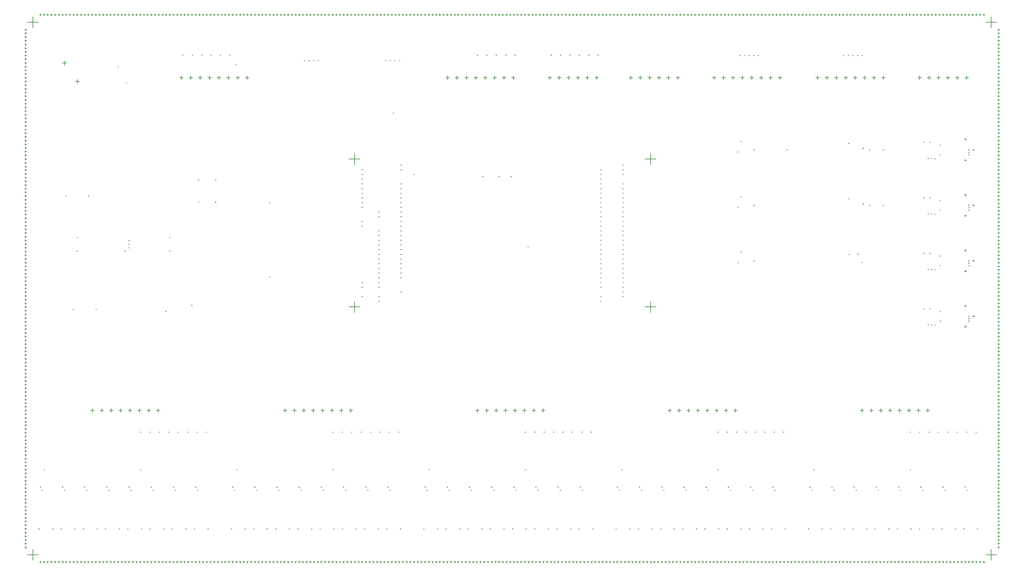
<source format=gbr>
%TF.GenerationSoftware,Altium Limited,Altium Designer,20.0.13 (296)*%
G04 Layer_Color=128*
%FSLAX26Y26*%
%MOIN*%
%TF.FileFunction,Drillmap*%
%TF.Part,Single*%
G01*
G75*
%TA.AperFunction,NonConductor*%
%ADD58C,0.005000*%
D58*
X10116142Y2657480D02*
X10135827D01*
X10125984Y2647638D02*
Y2667323D01*
X10029528Y2767716D02*
X10049213D01*
X10039370Y2757874D02*
Y2777559D01*
X10029528Y2547244D02*
X10049213D01*
X10039370Y2537402D02*
Y2557087D01*
X10116142Y3248032D02*
X10135827D01*
X10125984Y3238189D02*
Y3257874D01*
X10029528Y3358268D02*
X10049213D01*
X10039370Y3348425D02*
Y3368110D01*
X10029528Y3137795D02*
X10049213D01*
X10039370Y3127953D02*
Y3147638D01*
X10116142Y3838583D02*
X10135827D01*
X10125984Y3828740D02*
Y3848425D01*
X10029528Y3948819D02*
X10049213D01*
X10039370Y3938976D02*
Y3958661D01*
X10029528Y3728347D02*
X10049213D01*
X10039370Y3718504D02*
Y3738189D01*
X10116142Y4429134D02*
X10135827D01*
X10125984Y4419291D02*
Y4438976D01*
X10029528Y4539370D02*
X10049213D01*
X10039370Y4529528D02*
Y4549213D01*
X10029528Y4318898D02*
X10049213D01*
X10039370Y4309055D02*
Y4328740D01*
X6962205Y5196850D02*
X7002362D01*
X6982283Y5176772D02*
Y5216929D01*
X6862205Y5196850D02*
X6902362D01*
X6882283Y5176772D02*
Y5216929D01*
X6762205Y5196850D02*
X6802362D01*
X6782283Y5176772D02*
Y5216929D01*
X6662205Y5196850D02*
X6702362D01*
X6682283Y5176772D02*
Y5216929D01*
X6562205Y5196850D02*
X6602362D01*
X6582283Y5176772D02*
Y5216929D01*
X6462205Y5196850D02*
X6502362D01*
X6482283Y5176772D02*
Y5216929D01*
X6096063Y5196850D02*
X6136221D01*
X6116142Y5176772D02*
Y5216929D01*
X5996063Y5196850D02*
X6036221D01*
X6016142Y5176772D02*
Y5216929D01*
X5896063Y5196850D02*
X5936221D01*
X5916142Y5176772D02*
Y5216929D01*
X5796063Y5196850D02*
X5836221D01*
X5816142Y5176772D02*
Y5216929D01*
X5696063Y5196850D02*
X5736221D01*
X5716142Y5176772D02*
Y5216929D01*
X5596063Y5196850D02*
X5636221D01*
X5616142Y5176772D02*
Y5216929D01*
X5211811Y5196850D02*
X5251968D01*
X5231890Y5176772D02*
Y5216929D01*
X5111811Y5196850D02*
X5151968D01*
X5131890Y5176772D02*
Y5216929D01*
X5011811Y5196850D02*
X5051968D01*
X5031890Y5176772D02*
Y5216929D01*
X4911811Y5196850D02*
X4951968D01*
X4931890Y5176772D02*
Y5216929D01*
X4811811Y5196850D02*
X4851968D01*
X4831890Y5176772D02*
Y5216929D01*
X4711811Y5196850D02*
X4751968D01*
X4731890Y5176772D02*
Y5216929D01*
X4611811Y5196850D02*
X4651968D01*
X4631890Y5176772D02*
Y5216929D01*
X4511811Y5196850D02*
X4551968D01*
X4531890Y5176772D02*
Y5216929D01*
X10033071Y5196850D02*
X10073228D01*
X10053150Y5176772D02*
Y5216929D01*
X9933071Y5196850D02*
X9973228D01*
X9953150Y5176772D02*
Y5216929D01*
X9833071Y5196850D02*
X9873228D01*
X9853150Y5176772D02*
Y5216929D01*
X9733071Y5196850D02*
X9773228D01*
X9753150Y5176772D02*
Y5216929D01*
X9633071Y5196850D02*
X9673228D01*
X9653150Y5176772D02*
Y5216929D01*
X9533071Y5196850D02*
X9573228D01*
X9553150Y5176772D02*
Y5216929D01*
X8448819Y5196850D02*
X8488976D01*
X8468898Y5176772D02*
Y5216929D01*
X8548819Y5196850D02*
X8588976D01*
X8568898Y5176772D02*
Y5216929D01*
X8648819Y5196850D02*
X8688976D01*
X8668898Y5176772D02*
Y5216929D01*
X8748819Y5196850D02*
X8788976D01*
X8768898Y5176772D02*
Y5216929D01*
X8848819Y5196850D02*
X8888976D01*
X8868898Y5176772D02*
Y5216929D01*
X8948819Y5196850D02*
X8988976D01*
X8968898Y5176772D02*
Y5216929D01*
X9048819Y5196850D02*
X9088976D01*
X9068898Y5176772D02*
Y5216929D01*
X9148819Y5196850D02*
X9188976D01*
X9168898Y5176772D02*
Y5216929D01*
X7346457Y5196850D02*
X7386614D01*
X7366535Y5176772D02*
Y5216929D01*
X7446457Y5196850D02*
X7486614D01*
X7466535Y5176772D02*
Y5216929D01*
X7546457Y5196850D02*
X7586614D01*
X7566535Y5176772D02*
Y5216929D01*
X7646457Y5196850D02*
X7686614D01*
X7666535Y5176772D02*
Y5216929D01*
X7746457Y5196850D02*
X7786614D01*
X7766535Y5176772D02*
Y5216929D01*
X7846457Y5196850D02*
X7886614D01*
X7866535Y5176772D02*
Y5216929D01*
X7946457Y5196850D02*
X7986614D01*
X7966535Y5176772D02*
Y5216929D01*
X8046457Y5196850D02*
X8086614D01*
X8066535Y5176772D02*
Y5216929D01*
X566929Y5157480D02*
X614173D01*
X590551Y5133858D02*
Y5181102D01*
X429134Y5354331D02*
X476378D01*
X452756Y5330709D02*
Y5377953D01*
X2779528Y1653543D02*
X2819685D01*
X2799606Y1633465D02*
Y1673622D01*
X2879528Y1653543D02*
X2919685D01*
X2899606Y1633465D02*
Y1673622D01*
X2979528Y1653543D02*
X3019685D01*
X2999606Y1633465D02*
Y1673622D01*
X3079528Y1653543D02*
X3119685D01*
X3099606Y1633465D02*
Y1673622D01*
X3179528Y1653543D02*
X3219685D01*
X3199606Y1633465D02*
Y1673622D01*
X3279528Y1653543D02*
X3319685D01*
X3299606Y1633465D02*
Y1673622D01*
X3379528Y1653543D02*
X3419685D01*
X3399606Y1633465D02*
Y1673622D01*
X3479528Y1653543D02*
X3519685D01*
X3499606Y1633465D02*
Y1673622D01*
X4826772Y1653543D02*
X4866929D01*
X4846850Y1633465D02*
Y1673622D01*
X4926772Y1653543D02*
X4966929D01*
X4946850Y1633465D02*
Y1673622D01*
X5026772Y1653543D02*
X5066929D01*
X5046850Y1633465D02*
Y1673622D01*
X5126772Y1653543D02*
X5166929D01*
X5146850Y1633465D02*
Y1673622D01*
X5226772Y1653543D02*
X5266929D01*
X5246850Y1633465D02*
Y1673622D01*
X5326772Y1653543D02*
X5366929D01*
X5346850Y1633465D02*
Y1673622D01*
X5426772Y1653543D02*
X5466929D01*
X5446850Y1633465D02*
Y1673622D01*
X5526772Y1653543D02*
X5566929D01*
X5546850Y1633465D02*
Y1673622D01*
X6874016Y1653543D02*
X6914173D01*
X6894095Y1633465D02*
Y1673622D01*
X6974016Y1653543D02*
X7014173D01*
X6994095Y1633465D02*
Y1673622D01*
X7074016Y1653543D02*
X7114173D01*
X7094095Y1633465D02*
Y1673622D01*
X7174016Y1653543D02*
X7214173D01*
X7194095Y1633465D02*
Y1673622D01*
X7274016Y1653543D02*
X7314173D01*
X7294095Y1633465D02*
Y1673622D01*
X7374016Y1653543D02*
X7414173D01*
X7394095Y1633465D02*
Y1673622D01*
X7474016Y1653543D02*
X7514173D01*
X7494095Y1633465D02*
Y1673622D01*
X7574016Y1653543D02*
X7614173D01*
X7594095Y1633465D02*
Y1673622D01*
X8921260Y1653543D02*
X8961417D01*
X8941339Y1633465D02*
Y1673622D01*
X9021260Y1653543D02*
X9061417D01*
X9041339Y1633465D02*
Y1673622D01*
X9121260Y1653543D02*
X9161417D01*
X9141339Y1633465D02*
Y1673622D01*
X9221260Y1653543D02*
X9261417D01*
X9241339Y1633465D02*
Y1673622D01*
X9321260Y1653543D02*
X9361417D01*
X9341339Y1633465D02*
Y1673622D01*
X9421260Y1653543D02*
X9461417D01*
X9441339Y1633465D02*
Y1673622D01*
X9521260Y1653543D02*
X9561417D01*
X9541339Y1633465D02*
Y1673622D01*
X9621260Y1653543D02*
X9661417D01*
X9641339Y1633465D02*
Y1673622D01*
X732284Y1653543D02*
X772441D01*
X752362Y1633465D02*
Y1673622D01*
X832284Y1653543D02*
X872441D01*
X852362Y1633465D02*
Y1673622D01*
X932284Y1653543D02*
X972441D01*
X952362Y1633465D02*
Y1673622D01*
X1032284Y1653543D02*
X1072441D01*
X1052362Y1633465D02*
Y1673622D01*
X1132284Y1653543D02*
X1172441D01*
X1152362Y1633465D02*
Y1673622D01*
X1232284Y1653543D02*
X1272441D01*
X1252362Y1633465D02*
Y1673622D01*
X1332284Y1653543D02*
X1372441D01*
X1352362Y1633465D02*
Y1673622D01*
X1432284Y1653543D02*
X1472441D01*
X1452362Y1633465D02*
Y1673622D01*
X1677166Y5196850D02*
X1717323D01*
X1697244Y5176772D02*
Y5216929D01*
X1777166Y5196850D02*
X1817323D01*
X1797244Y5176772D02*
Y5216929D01*
X1877166Y5196850D02*
X1917323D01*
X1897244Y5176772D02*
Y5216929D01*
X1977166Y5196850D02*
X2017323D01*
X1997244Y5176772D02*
Y5216929D01*
X2077166Y5196850D02*
X2117323D01*
X2097244Y5176772D02*
Y5216929D01*
X2177166Y5196850D02*
X2217323D01*
X2197244Y5176772D02*
Y5216929D01*
X2277166Y5196850D02*
X2317323D01*
X2297244Y5176772D02*
Y5216929D01*
X2377166Y5196850D02*
X2417323D01*
X2397244Y5176772D02*
Y5216929D01*
X10226363Y5866142D02*
X10246048D01*
X10236206Y5856299D02*
Y5875984D01*
X10186993Y5866142D02*
X10206678D01*
X10196835Y5856299D02*
Y5875984D01*
X10147623Y5866142D02*
X10167308D01*
X10157466Y5856299D02*
Y5875984D01*
X9872033Y5866142D02*
X9891718D01*
X9881876Y5856299D02*
Y5875984D01*
X9911403Y5866142D02*
X9931088D01*
X9921246Y5856299D02*
Y5875984D01*
X9950773Y5866142D02*
X9970458D01*
X9960615Y5856299D02*
Y5875984D01*
X9990143Y5866142D02*
X10009828D01*
X9999986Y5856299D02*
Y5875984D01*
X10029513Y5866142D02*
X10049198D01*
X10039355Y5856299D02*
Y5875984D01*
X9832663Y5866142D02*
X9852348D01*
X9842505Y5856299D02*
Y5875984D01*
X9793293Y5866142D02*
X9812978D01*
X9803136Y5856299D02*
Y5875984D01*
X9753923Y5866142D02*
X9773608D01*
X9763765Y5856299D02*
Y5875984D01*
X9714553Y5866142D02*
X9734238D01*
X9724396Y5856299D02*
Y5875984D01*
X9675183Y5866142D02*
X9694868D01*
X9685025Y5856299D02*
Y5875984D01*
X10108253Y5866142D02*
X10127938D01*
X10118095Y5856299D02*
Y5875984D01*
X10068883Y5866142D02*
X10088568D01*
X10078726Y5856299D02*
Y5875984D01*
X10226364Y39370D02*
X10246049D01*
X10236206Y29528D02*
Y49213D01*
X10186994Y39370D02*
X10206679D01*
X10196836Y29528D02*
Y49213D01*
X10147624Y39370D02*
X10167309D01*
X10157466Y29528D02*
Y49213D01*
X9872034Y39370D02*
X9891719D01*
X9881876Y29528D02*
Y49213D01*
X9911404Y39370D02*
X9931089D01*
X9921246Y29528D02*
Y49213D01*
X9950774Y39370D02*
X9970459D01*
X9960616Y29528D02*
Y49213D01*
X9990144Y39370D02*
X10009829D01*
X9999986Y29528D02*
Y49213D01*
X10029514Y39370D02*
X10049199D01*
X10039356Y29528D02*
Y49213D01*
X9832664Y39370D02*
X9852349D01*
X9842506Y29528D02*
Y49213D01*
X9793294Y39370D02*
X9812979D01*
X9803136Y29528D02*
Y49213D01*
X9753924Y39370D02*
X9773609D01*
X9763766Y29528D02*
Y49213D01*
X9714554Y39370D02*
X9734239D01*
X9724396Y29528D02*
Y49213D01*
X9675184Y39370D02*
X9694869D01*
X9685026Y29528D02*
Y49213D01*
X10108254Y39370D02*
X10127939D01*
X10118096Y29528D02*
Y49213D01*
X10068884Y39370D02*
X10088569D01*
X10078726Y29528D02*
Y49213D01*
X29528Y5354322D02*
X49213D01*
X39370Y5344479D02*
Y5364164D01*
X29528Y5314952D02*
X49213D01*
X39370Y5305109D02*
Y5324794D01*
X29528Y5275582D02*
X49213D01*
X39370Y5265739D02*
Y5285424D01*
X29528Y5708651D02*
X49213D01*
X39370Y5698809D02*
Y5718494D01*
X29528Y5669282D02*
X49213D01*
X39370Y5659439D02*
Y5679124D01*
X29528Y5629912D02*
X49213D01*
X39370Y5620069D02*
Y5639754D01*
X29528Y5590542D02*
X49213D01*
X39370Y5580699D02*
Y5600384D01*
X29528Y5393691D02*
X49213D01*
X39370Y5383849D02*
Y5403534D01*
X29528Y5433061D02*
X49213D01*
X39370Y5423219D02*
Y5442904D01*
X29528Y5472431D02*
X49213D01*
X39370Y5462589D02*
Y5482274D01*
X29528Y5511801D02*
X49213D01*
X39370Y5501959D02*
Y5521644D01*
X29528Y5551172D02*
X49213D01*
X39370Y5541329D02*
Y5561014D01*
X29528Y5236212D02*
X49213D01*
X39370Y5226369D02*
Y5246054D01*
X29528Y4999992D02*
X49213D01*
X39370Y4990149D02*
Y5009834D01*
X29528Y4960622D02*
X49213D01*
X39370Y4950779D02*
Y4970464D01*
X29528Y4921252D02*
X49213D01*
X39370Y4911409D02*
Y4931094D01*
X29528Y4881882D02*
X49213D01*
X39370Y4872039D02*
Y4891724D01*
X29528Y4842511D02*
X49213D01*
X39370Y4832669D02*
Y4852354D01*
X29528Y5039361D02*
X49213D01*
X39370Y5029519D02*
Y5049204D01*
X29528Y5078731D02*
X49213D01*
X39370Y5068889D02*
Y5088574D01*
X29528Y5118101D02*
X49213D01*
X39370Y5108259D02*
Y5127944D01*
X29528Y5157471D02*
X49213D01*
X39370Y5147629D02*
Y5167314D01*
X29528Y5196842D02*
X49213D01*
X39370Y5186999D02*
Y5206684D01*
X29528Y4724401D02*
X49213D01*
X39370Y4714559D02*
Y4734244D01*
X29528Y4763771D02*
X49213D01*
X39370Y4753929D02*
Y4773614D01*
X29528Y4803141D02*
X49213D01*
X39370Y4793299D02*
Y4812984D01*
X29528Y3858262D02*
X49213D01*
X39370Y3848419D02*
Y3868104D01*
X29528Y3818892D02*
X49213D01*
X39370Y3809049D02*
Y3828734D01*
X29528Y3779521D02*
X49213D01*
X39370Y3769679D02*
Y3789364D01*
X29528Y4251962D02*
X49213D01*
X39370Y4242119D02*
Y4261804D01*
X29528Y4212592D02*
X49213D01*
X39370Y4202749D02*
Y4222434D01*
X29528Y4173221D02*
X49213D01*
X39370Y4163379D02*
Y4183064D01*
X29528Y4133851D02*
X49213D01*
X39370Y4124009D02*
Y4143694D01*
X29528Y4094481D02*
X49213D01*
X39370Y4084639D02*
Y4104324D01*
X29528Y3897631D02*
X49213D01*
X39370Y3887789D02*
Y3907474D01*
X29528Y3937001D02*
X49213D01*
X39370Y3927159D02*
Y3946844D01*
X29528Y3976372D02*
X49213D01*
X39370Y3966529D02*
Y3986214D01*
X29528Y4015742D02*
X49213D01*
X39370Y4005899D02*
Y4025584D01*
X29528Y4055111D02*
X49213D01*
X39370Y4045269D02*
Y4064954D01*
X29528Y4448811D02*
X49213D01*
X39370Y4438969D02*
Y4458654D01*
X29528Y4409441D02*
X49213D01*
X39370Y4399599D02*
Y4419284D01*
X29528Y4370072D02*
X49213D01*
X39370Y4360229D02*
Y4379914D01*
X29528Y4330702D02*
X49213D01*
X39370Y4320859D02*
Y4340544D01*
X29528Y4291332D02*
X49213D01*
X39370Y4281489D02*
Y4301174D01*
X29528Y4488181D02*
X49213D01*
X39370Y4478339D02*
Y4498024D01*
X29528Y4527551D02*
X49213D01*
X39370Y4517709D02*
Y4537394D01*
X29528Y4566922D02*
X49213D01*
X39370Y4557079D02*
Y4576764D01*
X29528Y4606292D02*
X49213D01*
X39370Y4596449D02*
Y4616134D01*
X29528Y4685032D02*
X49213D01*
X39370Y4675189D02*
Y4694874D01*
X29528Y4645662D02*
X49213D01*
X39370Y4635819D02*
Y4655504D01*
X10383858Y5354326D02*
X10403543D01*
X10393701Y5344484D02*
Y5364169D01*
X10383858Y5314956D02*
X10403543D01*
X10393701Y5305114D02*
Y5324799D01*
X10383858Y5275586D02*
X10403543D01*
X10393701Y5265744D02*
Y5285429D01*
X10383858Y5708656D02*
X10403543D01*
X10393701Y5698814D02*
Y5718499D01*
X10383858Y5669286D02*
X10403543D01*
X10393701Y5659444D02*
Y5679129D01*
X10383858Y5629916D02*
X10403543D01*
X10393701Y5620074D02*
Y5639759D01*
X10383858Y5590546D02*
X10403543D01*
X10393701Y5580704D02*
Y5600389D01*
X10383858Y5393696D02*
X10403543D01*
X10393701Y5383854D02*
Y5403539D01*
X10383858Y5433066D02*
X10403543D01*
X10393701Y5423224D02*
Y5442909D01*
X10383858Y5472436D02*
X10403543D01*
X10393701Y5462594D02*
Y5482279D01*
X10383858Y5511806D02*
X10403543D01*
X10393701Y5501964D02*
Y5521649D01*
X10383858Y5551176D02*
X10403543D01*
X10393701Y5541334D02*
Y5561019D01*
X10383858Y5236216D02*
X10403543D01*
X10393701Y5226374D02*
Y5246059D01*
X10383858Y4999996D02*
X10403543D01*
X10393701Y4990154D02*
Y5009839D01*
X10383858Y4960626D02*
X10403543D01*
X10393701Y4950784D02*
Y4970469D01*
X10383858Y4921256D02*
X10403543D01*
X10393701Y4911414D02*
Y4931099D01*
X10383858Y4881886D02*
X10403543D01*
X10393701Y4872044D02*
Y4891729D01*
X10383858Y4842516D02*
X10403543D01*
X10393701Y4832674D02*
Y4852359D01*
X10383858Y5039366D02*
X10403543D01*
X10393701Y5029524D02*
Y5049209D01*
X10383858Y5078736D02*
X10403543D01*
X10393701Y5068894D02*
Y5088579D01*
X10383858Y5118106D02*
X10403543D01*
X10393701Y5108264D02*
Y5127949D01*
X10383858Y5157476D02*
X10403543D01*
X10393701Y5147634D02*
Y5167319D01*
X10383858Y5196846D02*
X10403543D01*
X10393701Y5187004D02*
Y5206689D01*
X10383858Y4724406D02*
X10403543D01*
X10393701Y4714564D02*
Y4734249D01*
X10383858Y4763776D02*
X10403543D01*
X10393701Y4753934D02*
Y4773619D01*
X10383858Y4803146D02*
X10403543D01*
X10393701Y4793304D02*
Y4812989D01*
X10383858Y3858266D02*
X10403543D01*
X10393701Y3848424D02*
Y3868109D01*
X10383858Y3818896D02*
X10403543D01*
X10393701Y3809054D02*
Y3828739D01*
X10383858Y3779526D02*
X10403543D01*
X10393701Y3769684D02*
Y3789369D01*
X10383858Y4251966D02*
X10403543D01*
X10393701Y4242124D02*
Y4261809D01*
X10383858Y4212596D02*
X10403543D01*
X10393701Y4202754D02*
Y4222439D01*
X10383858Y4173226D02*
X10403543D01*
X10393701Y4163384D02*
Y4183069D01*
X10383858Y4133856D02*
X10403543D01*
X10393701Y4124014D02*
Y4143699D01*
X10383858Y4094486D02*
X10403543D01*
X10393701Y4084644D02*
Y4104329D01*
X10383858Y3897636D02*
X10403543D01*
X10393701Y3887794D02*
Y3907479D01*
X10383858Y3937006D02*
X10403543D01*
X10393701Y3927164D02*
Y3946849D01*
X10383858Y3976376D02*
X10403543D01*
X10393701Y3966534D02*
Y3986219D01*
X10383858Y4015746D02*
X10403543D01*
X10393701Y4005904D02*
Y4025589D01*
X10383858Y4055116D02*
X10403543D01*
X10393701Y4045274D02*
Y4064959D01*
X10383858Y4448816D02*
X10403543D01*
X10393701Y4438974D02*
Y4458659D01*
X10383858Y4409446D02*
X10403543D01*
X10393701Y4399604D02*
Y4419289D01*
X10383858Y4370076D02*
X10403543D01*
X10393701Y4360234D02*
Y4379919D01*
X10383858Y4330706D02*
X10403543D01*
X10393701Y4320864D02*
Y4340549D01*
X10383858Y4291336D02*
X10403543D01*
X10393701Y4281494D02*
Y4301179D01*
X10383858Y4488186D02*
X10403543D01*
X10393701Y4478344D02*
Y4498029D01*
X10383858Y4527556D02*
X10403543D01*
X10393701Y4517714D02*
Y4537399D01*
X10383858Y4566926D02*
X10403543D01*
X10393701Y4557084D02*
Y4576769D01*
X10383858Y4606296D02*
X10403543D01*
X10393701Y4596454D02*
Y4616139D01*
X10383858Y4685036D02*
X10403543D01*
X10393701Y4675194D02*
Y4694879D01*
X10383858Y4645666D02*
X10403543D01*
X10393701Y4635824D02*
Y4655509D01*
X9596444Y39370D02*
X9616129D01*
X9606286Y29528D02*
Y49213D01*
X9635814Y39370D02*
X9655499D01*
X9645656Y29528D02*
Y49213D01*
X9202744Y39370D02*
X9222429D01*
X9212586Y29528D02*
Y49213D01*
X9242114Y39370D02*
X9261799D01*
X9251956Y29528D02*
Y49213D01*
X9281484Y39370D02*
X9301169D01*
X9291326Y29528D02*
Y49213D01*
X9320854Y39370D02*
X9340539D01*
X9330696Y29528D02*
Y49213D01*
X9360224Y39370D02*
X9379909D01*
X9370066Y29528D02*
Y49213D01*
X9557074Y39370D02*
X9576759D01*
X9566916Y29528D02*
Y49213D01*
X9517704Y39370D02*
X9537389D01*
X9527546Y29528D02*
Y49213D01*
X9478334Y39370D02*
X9498019D01*
X9488176Y29528D02*
Y49213D01*
X9438964Y39370D02*
X9458649D01*
X9448806Y29528D02*
Y49213D01*
X9399594Y39370D02*
X9419279D01*
X9409436Y29528D02*
Y49213D01*
X8809044Y39370D02*
X8828729D01*
X8818886Y29528D02*
Y49213D01*
X8848414Y39370D02*
X8868099D01*
X8858256Y29528D02*
Y49213D01*
X8887784Y39370D02*
X8907469D01*
X8897626Y29528D02*
Y49213D01*
X8927154Y39370D02*
X8946839D01*
X8936996Y29528D02*
Y49213D01*
X8966524Y39370D02*
X8986209D01*
X8976366Y29528D02*
Y49213D01*
X9163374Y39370D02*
X9183059D01*
X9173216Y29528D02*
Y49213D01*
X9124004Y39370D02*
X9143689D01*
X9133846Y29528D02*
Y49213D01*
X9084634Y39370D02*
X9104319D01*
X9094476Y29528D02*
Y49213D01*
X9045264Y39370D02*
X9064949D01*
X9055106Y29528D02*
Y49213D01*
X9005894Y39370D02*
X9025579D01*
X9015736Y29528D02*
Y49213D01*
X8572824Y39370D02*
X8592509D01*
X8582666Y29528D02*
Y49213D01*
X8769674Y39370D02*
X8789359D01*
X8779516Y29528D02*
Y49213D01*
X8730304Y39370D02*
X8749989D01*
X8740146Y29528D02*
Y49213D01*
X8690934Y39370D02*
X8710619D01*
X8700776Y29528D02*
Y49213D01*
X8651564Y39370D02*
X8671249D01*
X8661406Y29528D02*
Y49213D01*
X8612194Y39370D02*
X8631879D01*
X8622036Y29528D02*
Y49213D01*
X8179124Y39370D02*
X8198809D01*
X8188966Y29528D02*
Y49213D01*
X8218494Y39370D02*
X8238179D01*
X8228336Y29528D02*
Y49213D01*
X8257864Y39370D02*
X8277549D01*
X8267706Y29528D02*
Y49213D01*
X8297234Y39370D02*
X8316919D01*
X8307076Y29528D02*
Y49213D01*
X8336604Y39370D02*
X8356289D01*
X8346446Y29528D02*
Y49213D01*
X8533454Y39370D02*
X8553139D01*
X8543296Y29528D02*
Y49213D01*
X8494084Y39370D02*
X8513769D01*
X8503926Y29528D02*
Y49213D01*
X8454714Y39370D02*
X8474399D01*
X8464556Y29528D02*
Y49213D01*
X8415344Y39370D02*
X8435029D01*
X8425186Y29528D02*
Y49213D01*
X8375974Y39370D02*
X8395659D01*
X8385816Y29528D02*
Y49213D01*
X7785424Y39370D02*
X7805109D01*
X7795266Y29528D02*
Y49213D01*
X7824794Y39370D02*
X7844479D01*
X7834636Y29528D02*
Y49213D01*
X7864164Y39370D02*
X7883849D01*
X7874006Y29528D02*
Y49213D01*
X7903534Y39370D02*
X7923219D01*
X7913376Y29528D02*
Y49213D01*
X7942904Y39370D02*
X7962589D01*
X7952746Y29528D02*
Y49213D01*
X8139754Y39370D02*
X8159439D01*
X8149596Y29528D02*
Y49213D01*
X8100384Y39370D02*
X8120069D01*
X8110226Y29528D02*
Y49213D01*
X8061014Y39370D02*
X8080699D01*
X8070856Y29528D02*
Y49213D01*
X8021644Y39370D02*
X8041329D01*
X8031486Y29528D02*
Y49213D01*
X7982274Y39370D02*
X8001959D01*
X7992116Y29528D02*
Y49213D01*
X7391724Y39370D02*
X7411409D01*
X7401566Y29528D02*
Y49213D01*
X7431094Y39370D02*
X7450779D01*
X7440936Y29528D02*
Y49213D01*
X7470464Y39370D02*
X7490149D01*
X7480306Y29528D02*
Y49213D01*
X7509834Y39370D02*
X7529519D01*
X7519676Y29528D02*
Y49213D01*
X7549204Y39370D02*
X7568889D01*
X7559046Y29528D02*
Y49213D01*
X7746054Y39370D02*
X7765739D01*
X7755896Y29528D02*
Y49213D01*
X7706684Y39370D02*
X7726369D01*
X7716526Y29528D02*
Y49213D01*
X7667314Y39370D02*
X7686999D01*
X7677156Y29528D02*
Y49213D01*
X7627944Y39370D02*
X7647629D01*
X7637786Y29528D02*
Y49213D01*
X7588574Y39370D02*
X7608259D01*
X7598416Y29528D02*
Y49213D01*
X7155504Y39370D02*
X7175189D01*
X7165346Y29528D02*
Y49213D01*
X7352354Y39370D02*
X7372039D01*
X7362196Y29528D02*
Y49213D01*
X7312984Y39370D02*
X7332669D01*
X7322826Y29528D02*
Y49213D01*
X7273614Y39370D02*
X7293299D01*
X7283456Y29528D02*
Y49213D01*
X7234244Y39370D02*
X7253929D01*
X7244086Y29528D02*
Y49213D01*
X7194874Y39370D02*
X7214559D01*
X7204716Y29528D02*
Y49213D01*
X6761804Y39370D02*
X6781489D01*
X6771646Y29528D02*
Y49213D01*
X6801174Y39370D02*
X6820859D01*
X6811016Y29528D02*
Y49213D01*
X6840544Y39370D02*
X6860229D01*
X6850386Y29528D02*
Y49213D01*
X6879914Y39370D02*
X6899599D01*
X6889756Y29528D02*
Y49213D01*
X6919284Y39370D02*
X6938969D01*
X6929126Y29528D02*
Y49213D01*
X7116134Y39370D02*
X7135819D01*
X7125976Y29528D02*
Y49213D01*
X7076764Y39370D02*
X7096449D01*
X7086606Y29528D02*
Y49213D01*
X7037394Y39370D02*
X7057079D01*
X7047236Y29528D02*
Y49213D01*
X6998024Y39370D02*
X7017709D01*
X7007866Y29528D02*
Y49213D01*
X6958654Y39370D02*
X6978339D01*
X6968496Y29528D02*
Y49213D01*
X6368104Y39370D02*
X6387789D01*
X6377946Y29528D02*
Y49213D01*
X6407474Y39370D02*
X6427159D01*
X6417316Y29528D02*
Y49213D01*
X6446844Y39370D02*
X6466529D01*
X6456686Y29528D02*
Y49213D01*
X6486214Y39370D02*
X6505899D01*
X6496056Y29528D02*
Y49213D01*
X6525584Y39370D02*
X6545269D01*
X6535426Y29528D02*
Y49213D01*
X6722434Y39370D02*
X6742119D01*
X6732276Y29528D02*
Y49213D01*
X6683064Y39370D02*
X6702749D01*
X6692906Y29528D02*
Y49213D01*
X6643694Y39370D02*
X6663379D01*
X6653536Y29528D02*
Y49213D01*
X6604324Y39370D02*
X6624009D01*
X6614166Y29528D02*
Y49213D01*
X6564954Y39370D02*
X6584639D01*
X6574796Y29528D02*
Y49213D01*
X5974404Y39370D02*
X5994089D01*
X5984246Y29528D02*
Y49213D01*
X6013774Y39370D02*
X6033459D01*
X6023616Y29528D02*
Y49213D01*
X6053144Y39370D02*
X6072829D01*
X6062986Y29528D02*
Y49213D01*
X6092514Y39370D02*
X6112199D01*
X6102356Y29528D02*
Y49213D01*
X6131884Y39370D02*
X6151569D01*
X6141726Y29528D02*
Y49213D01*
X6328734Y39370D02*
X6348419D01*
X6338576Y29528D02*
Y49213D01*
X6289364Y39370D02*
X6309049D01*
X6299206Y29528D02*
Y49213D01*
X6249994Y39370D02*
X6269679D01*
X6259836Y29528D02*
Y49213D01*
X6210624Y39370D02*
X6230309D01*
X6220466Y29528D02*
Y49213D01*
X6171254Y39370D02*
X6190939D01*
X6181096Y29528D02*
Y49213D01*
X5738184Y39370D02*
X5757869D01*
X5748026Y29528D02*
Y49213D01*
X5935034Y39370D02*
X5954719D01*
X5944876Y29528D02*
Y49213D01*
X5895664Y39370D02*
X5915349D01*
X5905506Y29528D02*
Y49213D01*
X5856294Y39370D02*
X5875979D01*
X5866136Y29528D02*
Y49213D01*
X5816924Y39370D02*
X5836609D01*
X5826766Y29528D02*
Y49213D01*
X5777554Y39370D02*
X5797239D01*
X5787396Y29528D02*
Y49213D01*
X9596443Y5866142D02*
X9616128D01*
X9606285Y5856299D02*
Y5875984D01*
X9635813Y5866142D02*
X9655498D01*
X9645656Y5856299D02*
Y5875984D01*
X9202743Y5866142D02*
X9222428D01*
X9212585Y5856299D02*
Y5875984D01*
X9242113Y5866142D02*
X9261798D01*
X9251956Y5856299D02*
Y5875984D01*
X9281483Y5866142D02*
X9301168D01*
X9291326Y5856299D02*
Y5875984D01*
X9320853Y5866142D02*
X9340538D01*
X9330695Y5856299D02*
Y5875984D01*
X9360223Y5866142D02*
X9379908D01*
X9370066Y5856299D02*
Y5875984D01*
X9557073Y5866142D02*
X9576758D01*
X9566915Y5856299D02*
Y5875984D01*
X9517703Y5866142D02*
X9537388D01*
X9527546Y5856299D02*
Y5875984D01*
X9478333Y5866142D02*
X9498018D01*
X9488175Y5856299D02*
Y5875984D01*
X9438963Y5866142D02*
X9458648D01*
X9448806Y5856299D02*
Y5875984D01*
X9399593Y5866142D02*
X9419278D01*
X9409435Y5856299D02*
Y5875984D01*
X8809043Y5866142D02*
X8828728D01*
X8818886Y5856299D02*
Y5875984D01*
X8848413Y5866142D02*
X8868098D01*
X8858255Y5856299D02*
Y5875984D01*
X8887783Y5866142D02*
X8907468D01*
X8897626Y5856299D02*
Y5875984D01*
X8927153Y5866142D02*
X8946838D01*
X8936996Y5856299D02*
Y5875984D01*
X8966523Y5866142D02*
X8986208D01*
X8976365Y5856299D02*
Y5875984D01*
X9163373Y5866142D02*
X9183058D01*
X9173216Y5856299D02*
Y5875984D01*
X9124003Y5866142D02*
X9143688D01*
X9133845Y5856299D02*
Y5875984D01*
X9084633Y5866142D02*
X9104318D01*
X9094476Y5856299D02*
Y5875984D01*
X9045263Y5866142D02*
X9064948D01*
X9055105Y5856299D02*
Y5875984D01*
X9005893Y5866142D02*
X9025578D01*
X9015736Y5856299D02*
Y5875984D01*
X8572823Y5866142D02*
X8592508D01*
X8582665Y5856299D02*
Y5875984D01*
X8769673Y5866142D02*
X8789358D01*
X8779515Y5856299D02*
Y5875984D01*
X8730303Y5866142D02*
X8749988D01*
X8740146Y5856299D02*
Y5875984D01*
X8690933Y5866142D02*
X8710618D01*
X8700775Y5856299D02*
Y5875984D01*
X8651563Y5866142D02*
X8671248D01*
X8661406Y5856299D02*
Y5875984D01*
X8612193Y5866142D02*
X8631878D01*
X8622035Y5856299D02*
Y5875984D01*
X8179123Y5866142D02*
X8198808D01*
X8188966Y5856299D02*
Y5875984D01*
X8218493Y5866142D02*
X8238178D01*
X8228335Y5856299D02*
Y5875984D01*
X8257863Y5866142D02*
X8277548D01*
X8267706Y5856299D02*
Y5875984D01*
X8297233Y5866142D02*
X8316918D01*
X8307076Y5856299D02*
Y5875984D01*
X8336603Y5866142D02*
X8356288D01*
X8346445Y5856299D02*
Y5875984D01*
X8533453Y5866142D02*
X8553138D01*
X8543296Y5856299D02*
Y5875984D01*
X8494083Y5866142D02*
X8513768D01*
X8503925Y5856299D02*
Y5875984D01*
X8454713Y5866142D02*
X8474398D01*
X8464556Y5856299D02*
Y5875984D01*
X8415343Y5866142D02*
X8435028D01*
X8425185Y5856299D02*
Y5875984D01*
X8375973Y5866142D02*
X8395658D01*
X8385816Y5856299D02*
Y5875984D01*
X7785423Y5866142D02*
X7805108D01*
X7795266Y5856299D02*
Y5875984D01*
X7824793Y5866142D02*
X7844478D01*
X7834636Y5856299D02*
Y5875984D01*
X7864163Y5866142D02*
X7883848D01*
X7874006Y5856299D02*
Y5875984D01*
X7903533Y5866142D02*
X7923218D01*
X7913376Y5856299D02*
Y5875984D01*
X7942903Y5866142D02*
X7962588D01*
X7952745Y5856299D02*
Y5875984D01*
X8139753Y5866142D02*
X8159438D01*
X8149596Y5856299D02*
Y5875984D01*
X8100383Y5866142D02*
X8120068D01*
X8110225Y5856299D02*
Y5875984D01*
X8061013Y5866142D02*
X8080698D01*
X8070855Y5856299D02*
Y5875984D01*
X8021643Y5866142D02*
X8041328D01*
X8031485Y5856299D02*
Y5875984D01*
X7982273Y5866142D02*
X8001958D01*
X7992115Y5856299D02*
Y5875984D01*
X7391723Y5866142D02*
X7411408D01*
X7401565Y5856299D02*
Y5875984D01*
X7431093Y5866142D02*
X7450778D01*
X7440935Y5856299D02*
Y5875984D01*
X7470463Y5866142D02*
X7490148D01*
X7480306Y5856299D02*
Y5875984D01*
X7509833Y5866142D02*
X7529518D01*
X7519676Y5856299D02*
Y5875984D01*
X7549203Y5866142D02*
X7568888D01*
X7559046Y5856299D02*
Y5875984D01*
X7746053Y5866142D02*
X7765738D01*
X7755895Y5856299D02*
Y5875984D01*
X7706683Y5866142D02*
X7726368D01*
X7716525Y5856299D02*
Y5875984D01*
X7667313Y5866142D02*
X7686998D01*
X7677155Y5856299D02*
Y5875984D01*
X7627943Y5866142D02*
X7647628D01*
X7637785Y5856299D02*
Y5875984D01*
X7588573Y5866142D02*
X7608258D01*
X7598416Y5856299D02*
Y5875984D01*
X7155503Y5866142D02*
X7175188D01*
X7165346Y5856299D02*
Y5875984D01*
X7352353Y5866142D02*
X7372038D01*
X7362195Y5856299D02*
Y5875984D01*
X7312983Y5866142D02*
X7332668D01*
X7322825Y5856299D02*
Y5875984D01*
X7273613Y5866142D02*
X7293298D01*
X7283456Y5856299D02*
Y5875984D01*
X7234243Y5866142D02*
X7253928D01*
X7244086Y5856299D02*
Y5875984D01*
X7194873Y5866142D02*
X7214558D01*
X7204716Y5856299D02*
Y5875984D01*
X6761803Y5866142D02*
X6781488D01*
X6771645Y5856299D02*
Y5875984D01*
X6801173Y5866142D02*
X6820858D01*
X6811016Y5856299D02*
Y5875984D01*
X6840543Y5866142D02*
X6860228D01*
X6850386Y5856299D02*
Y5875984D01*
X6879913Y5866142D02*
X6899598D01*
X6889756Y5856299D02*
Y5875984D01*
X6919283Y5866142D02*
X6938968D01*
X6929126Y5856299D02*
Y5875984D01*
X7116133Y5866142D02*
X7135818D01*
X7125975Y5856299D02*
Y5875984D01*
X7076763Y5866142D02*
X7096448D01*
X7086605Y5856299D02*
Y5875984D01*
X7037393Y5866142D02*
X7057078D01*
X7047235Y5856299D02*
Y5875984D01*
X6998023Y5866142D02*
X7017708D01*
X7007865Y5856299D02*
Y5875984D01*
X6958653Y5866142D02*
X6978338D01*
X6968495Y5856299D02*
Y5875984D01*
X6368103Y5866142D02*
X6387788D01*
X6377945Y5856299D02*
Y5875984D01*
X6407473Y5866142D02*
X6427158D01*
X6417315Y5856299D02*
Y5875984D01*
X6446843Y5866142D02*
X6466528D01*
X6456685Y5856299D02*
Y5875984D01*
X6486213Y5866142D02*
X6505898D01*
X6496056Y5856299D02*
Y5875984D01*
X6525583Y5866142D02*
X6545268D01*
X6535426Y5856299D02*
Y5875984D01*
X6722433Y5866142D02*
X6742118D01*
X6732275Y5856299D02*
Y5875984D01*
X6683063Y5866142D02*
X6702748D01*
X6692905Y5856299D02*
Y5875984D01*
X6643693Y5866142D02*
X6663378D01*
X6653535Y5856299D02*
Y5875984D01*
X6604323Y5866142D02*
X6624008D01*
X6614166Y5856299D02*
Y5875984D01*
X6564953Y5866142D02*
X6584638D01*
X6574796Y5856299D02*
Y5875984D01*
X5974403Y5866142D02*
X5994088D01*
X5984245Y5856299D02*
Y5875984D01*
X6013773Y5866142D02*
X6033458D01*
X6023615Y5856299D02*
Y5875984D01*
X6053143Y5866142D02*
X6072828D01*
X6062985Y5856299D02*
Y5875984D01*
X6092513Y5866142D02*
X6112198D01*
X6102355Y5856299D02*
Y5875984D01*
X6131883Y5866142D02*
X6151568D01*
X6141725Y5856299D02*
Y5875984D01*
X6328733Y5866142D02*
X6348418D01*
X6338575Y5856299D02*
Y5875984D01*
X6289363Y5866142D02*
X6309048D01*
X6299206Y5856299D02*
Y5875984D01*
X6249993Y5866142D02*
X6269678D01*
X6259836Y5856299D02*
Y5875984D01*
X6210623Y5866142D02*
X6230308D01*
X6220466Y5856299D02*
Y5875984D01*
X6171253Y5866142D02*
X6190938D01*
X6181096Y5856299D02*
Y5875984D01*
X5738183Y5866142D02*
X5757868D01*
X5748025Y5856299D02*
Y5875984D01*
X5935033Y5866142D02*
X5954718D01*
X5944876Y5856299D02*
Y5875984D01*
X5895663Y5866142D02*
X5915348D01*
X5905506Y5856299D02*
Y5875984D01*
X5856293Y5866142D02*
X5875978D01*
X5866136Y5856299D02*
Y5875984D01*
X5816923Y5866142D02*
X5836608D01*
X5826766Y5856299D02*
Y5875984D01*
X5777553Y5866142D02*
X5797238D01*
X5787395Y5856299D02*
Y5875984D01*
X29528Y196851D02*
X49213D01*
X39370Y187009D02*
Y206694D01*
X29528Y433072D02*
X49213D01*
X39370Y423229D02*
Y442914D01*
X29528Y472442D02*
X49213D01*
X39370Y462599D02*
Y482284D01*
X29528Y511812D02*
X49213D01*
X39370Y501969D02*
Y521654D01*
X29528Y551182D02*
X49213D01*
X39370Y541339D02*
Y561024D01*
X29528Y590552D02*
X49213D01*
X39370Y580709D02*
Y600394D01*
X29528Y393702D02*
X49213D01*
X39370Y383859D02*
Y403544D01*
X29528Y354332D02*
X49213D01*
X39370Y344489D02*
Y364174D01*
X29528Y314962D02*
X49213D01*
X39370Y305119D02*
Y324804D01*
X29528Y275591D02*
X49213D01*
X39370Y265749D02*
Y285434D01*
X29528Y236221D02*
X49213D01*
X39370Y226379D02*
Y246064D01*
X29528Y708662D02*
X49213D01*
X39370Y698819D02*
Y718504D01*
X29528Y669292D02*
X49213D01*
X39370Y659449D02*
Y679134D01*
X29528Y629922D02*
X49213D01*
X39370Y620079D02*
Y639764D01*
X29528Y3543302D02*
X49213D01*
X39370Y3533459D02*
Y3553144D01*
X29528Y3582671D02*
X49213D01*
X39370Y3572829D02*
Y3592514D01*
X29528Y3622041D02*
X49213D01*
X39370Y3612199D02*
Y3631884D01*
X29528Y3661412D02*
X49213D01*
X39370Y3651569D02*
Y3671254D01*
X29528Y3700782D02*
X49213D01*
X39370Y3690939D02*
Y3710624D01*
X29528Y3740151D02*
X49213D01*
X39370Y3730309D02*
Y3749994D01*
X29528Y3149602D02*
X49213D01*
X39370Y3139759D02*
Y3159444D01*
X29528Y3188972D02*
X49213D01*
X39370Y3179129D02*
Y3198814D01*
X29528Y3228341D02*
X49213D01*
X39370Y3218499D02*
Y3238184D01*
X29528Y3267711D02*
X49213D01*
X39370Y3257869D02*
Y3277554D01*
X29528Y3307081D02*
X49213D01*
X39370Y3297239D02*
Y3316924D01*
X29528Y3503932D02*
X49213D01*
X39370Y3494089D02*
Y3513774D01*
X29528Y3464561D02*
X49213D01*
X39370Y3454719D02*
Y3474404D01*
X29528Y3425191D02*
X49213D01*
X39370Y3415349D02*
Y3435034D01*
X29528Y3385822D02*
X49213D01*
X39370Y3375979D02*
Y3395664D01*
X29528Y3346452D02*
X49213D01*
X39370Y3336609D02*
Y3356294D01*
X29528Y2755901D02*
X49213D01*
X39370Y2746059D02*
Y2765744D01*
X29528Y2795271D02*
X49213D01*
X39370Y2785429D02*
Y2805114D01*
X29528Y2834642D02*
X49213D01*
X39370Y2824799D02*
Y2844484D01*
X29528Y2874012D02*
X49213D01*
X39370Y2864169D02*
Y2883854D01*
X29528Y2913381D02*
X49213D01*
X39370Y2903539D02*
Y2923224D01*
X29528Y3110231D02*
X49213D01*
X39370Y3100389D02*
Y3120074D01*
X29528Y3070861D02*
X49213D01*
X39370Y3061019D02*
Y3080704D01*
X29528Y3031492D02*
X49213D01*
X39370Y3021649D02*
Y3041334D01*
X29528Y2992122D02*
X49213D01*
X39370Y2982279D02*
Y3001964D01*
X29528Y2952751D02*
X49213D01*
X39370Y2942909D02*
Y2962594D01*
X29528Y2362202D02*
X49213D01*
X39370Y2352359D02*
Y2372044D01*
X29528Y2401572D02*
X49213D01*
X39370Y2391729D02*
Y2411414D01*
X29528Y2440941D02*
X49213D01*
X39370Y2431099D02*
Y2450784D01*
X29528Y2480311D02*
X49213D01*
X39370Y2470469D02*
Y2490154D01*
X29528Y2519682D02*
X49213D01*
X39370Y2509839D02*
Y2529524D01*
X29528Y2716532D02*
X49213D01*
X39370Y2706689D02*
Y2726374D01*
X29528Y2677162D02*
X49213D01*
X39370Y2667319D02*
Y2687004D01*
X29528Y2637791D02*
X49213D01*
X39370Y2627949D02*
Y2647634D01*
X29528Y2598421D02*
X49213D01*
X39370Y2588579D02*
Y2608264D01*
X29528Y2559052D02*
X49213D01*
X39370Y2549209D02*
Y2568894D01*
X29528Y1968502D02*
X49213D01*
X39370Y1958659D02*
Y1978344D01*
X29528Y2007871D02*
X49213D01*
X39370Y1998029D02*
Y2017714D01*
X29528Y2047242D02*
X49213D01*
X39370Y2037399D02*
Y2057084D01*
X29528Y2086611D02*
X49213D01*
X39370Y2076769D02*
Y2096454D01*
X29528Y2125981D02*
X49213D01*
X39370Y2116139D02*
Y2135824D01*
X29528Y2322831D02*
X49213D01*
X39370Y2312989D02*
Y2332674D01*
X29528Y2283461D02*
X49213D01*
X39370Y2273619D02*
Y2293304D01*
X29528Y2244091D02*
X49213D01*
X39370Y2234249D02*
Y2253934D01*
X29528Y2204722D02*
X49213D01*
X39370Y2194879D02*
Y2214564D01*
X29528Y2165352D02*
X49213D01*
X39370Y2155509D02*
Y2175194D01*
X29528Y1574802D02*
X49213D01*
X39370Y1564959D02*
Y1584644D01*
X29528Y1614171D02*
X49213D01*
X39370Y1604329D02*
Y1624014D01*
X29528Y1653542D02*
X49213D01*
X39370Y1643699D02*
Y1663384D01*
X29528Y1692911D02*
X49213D01*
X39370Y1683069D02*
Y1702754D01*
X29528Y1732282D02*
X49213D01*
X39370Y1722439D02*
Y1742124D01*
X29528Y1929131D02*
X49213D01*
X39370Y1919289D02*
Y1938974D01*
X29528Y1889762D02*
X49213D01*
X39370Y1879919D02*
Y1899604D01*
X29528Y1850391D02*
X49213D01*
X39370Y1840549D02*
Y1860234D01*
X29528Y1811022D02*
X49213D01*
X39370Y1801179D02*
Y1820864D01*
X29528Y1771651D02*
X49213D01*
X39370Y1761809D02*
Y1781494D01*
X29528Y1181101D02*
X49213D01*
X39370Y1171259D02*
Y1190944D01*
X29528Y1220472D02*
X49213D01*
X39370Y1210629D02*
Y1230314D01*
X29528Y1259841D02*
X49213D01*
X39370Y1249999D02*
Y1269684D01*
X29528Y1299211D02*
X49213D01*
X39370Y1289369D02*
Y1309054D01*
X29528Y1338582D02*
X49213D01*
X39370Y1328739D02*
Y1348424D01*
X29528Y1535431D02*
X49213D01*
X39370Y1525589D02*
Y1545274D01*
X29528Y1496062D02*
X49213D01*
X39370Y1486219D02*
Y1505904D01*
X29528Y1456691D02*
X49213D01*
X39370Y1446849D02*
Y1466534D01*
X29528Y1417322D02*
X49213D01*
X39370Y1407479D02*
Y1427164D01*
X29528Y1377951D02*
X49213D01*
X39370Y1368109D02*
Y1387794D01*
X29528Y984251D02*
X49213D01*
X39370Y974409D02*
Y994094D01*
X29528Y1023621D02*
X49213D01*
X39370Y1013779D02*
Y1033464D01*
X29528Y1062992D02*
X49213D01*
X39370Y1053149D02*
Y1072834D01*
X29528Y1102361D02*
X49213D01*
X39370Y1092519D02*
Y1112204D01*
X29528Y1141732D02*
X49213D01*
X39370Y1131889D02*
Y1151574D01*
X29528Y944881D02*
X49213D01*
X39370Y935039D02*
Y954724D01*
X29528Y905511D02*
X49213D01*
X39370Y895669D02*
Y915354D01*
X29528Y866141D02*
X49213D01*
X39370Y856299D02*
Y875984D01*
X29528Y826771D02*
X49213D01*
X39370Y816929D02*
Y836614D01*
X29528Y748032D02*
X49213D01*
X39370Y738189D02*
Y757874D01*
X29528Y787402D02*
X49213D01*
X39370Y777559D02*
Y797244D01*
X10383858Y3149606D02*
X10403543D01*
X10393701Y3139764D02*
Y3159449D01*
X10383858Y3188976D02*
X10403543D01*
X10393701Y3179134D02*
Y3198819D01*
X10383858Y3110236D02*
X10403543D01*
X10393701Y3100394D02*
Y3120079D01*
X10383858Y3070866D02*
X10403543D01*
X10393701Y3061024D02*
Y3080709D01*
X10383858Y3031496D02*
X10403543D01*
X10393701Y3021654D02*
Y3041339D01*
X10383858Y2992126D02*
X10403543D01*
X10393701Y2982284D02*
Y3001969D01*
X10383858Y2795276D02*
X10403543D01*
X10393701Y2785434D02*
Y2805119D01*
X10383858Y2834646D02*
X10403543D01*
X10393701Y2824804D02*
Y2844489D01*
X10383858Y2874016D02*
X10403543D01*
X10393701Y2864174D02*
Y2883859D01*
X10383858Y2913386D02*
X10403543D01*
X10393701Y2903544D02*
Y2923229D01*
X10383858Y2952756D02*
X10403543D01*
X10393701Y2942914D02*
Y2962599D01*
X10383858Y2559056D02*
X10403543D01*
X10393701Y2549214D02*
Y2568899D01*
X10383858Y2519686D02*
X10403543D01*
X10393701Y2509844D02*
Y2529529D01*
X10383858Y2480316D02*
X10403543D01*
X10393701Y2470474D02*
Y2490159D01*
X10383858Y2440946D02*
X10403543D01*
X10393701Y2431104D02*
Y2450789D01*
X10383858Y2401576D02*
X10403543D01*
X10393701Y2391734D02*
Y2411419D01*
X10383858Y2598426D02*
X10403543D01*
X10393701Y2588584D02*
Y2608269D01*
X10383858Y2637796D02*
X10403543D01*
X10393701Y2627954D02*
Y2647639D01*
X10383858Y2677166D02*
X10403543D01*
X10393701Y2667324D02*
Y2687009D01*
X10383858Y2716536D02*
X10403543D01*
X10393701Y2706694D02*
Y2726379D01*
X10383858Y2755906D02*
X10403543D01*
X10393701Y2746064D02*
Y2765749D01*
X10383858Y2165356D02*
X10403543D01*
X10393701Y2155514D02*
Y2175199D01*
X10383858Y2125986D02*
X10403543D01*
X10393701Y2116144D02*
Y2135829D01*
X10383858Y2086616D02*
X10403543D01*
X10393701Y2076774D02*
Y2096459D01*
X10383858Y2047246D02*
X10403543D01*
X10393701Y2037404D02*
Y2057089D01*
X10383858Y2007876D02*
X10403543D01*
X10393701Y1998034D02*
Y2017719D01*
X10383858Y2204726D02*
X10403543D01*
X10393701Y2194884D02*
Y2214569D01*
X10383858Y2244096D02*
X10403543D01*
X10393701Y2234254D02*
Y2253939D01*
X10383858Y2283466D02*
X10403543D01*
X10393701Y2273624D02*
Y2293309D01*
X10383858Y2322836D02*
X10403543D01*
X10393701Y2312994D02*
Y2332679D01*
X10383858Y2362206D02*
X10403543D01*
X10393701Y2352364D02*
Y2372049D01*
X10383858Y1771656D02*
X10403543D01*
X10393701Y1761814D02*
Y1781499D01*
X10383858Y1732286D02*
X10403543D01*
X10393701Y1722444D02*
Y1742129D01*
X10383858Y1692916D02*
X10403543D01*
X10393701Y1683074D02*
Y1702759D01*
X10383858Y1653546D02*
X10403543D01*
X10393701Y1643704D02*
Y1663389D01*
X10383858Y1614176D02*
X10403543D01*
X10393701Y1604334D02*
Y1624019D01*
X10383858Y1811026D02*
X10403543D01*
X10393701Y1801184D02*
Y1820869D01*
X10383858Y1850396D02*
X10403543D01*
X10393701Y1840554D02*
Y1860239D01*
X10383858Y1889766D02*
X10403543D01*
X10393701Y1879924D02*
Y1899609D01*
X10383858Y1929136D02*
X10403543D01*
X10393701Y1919294D02*
Y1938979D01*
X10383858Y1968506D02*
X10403543D01*
X10393701Y1958664D02*
Y1978349D01*
X10383858Y1377956D02*
X10403543D01*
X10393701Y1368114D02*
Y1387799D01*
X10383858Y1338586D02*
X10403543D01*
X10393701Y1328744D02*
Y1348429D01*
X10383858Y1299216D02*
X10403543D01*
X10393701Y1289374D02*
Y1309059D01*
X10383858Y1259846D02*
X10403543D01*
X10393701Y1250004D02*
Y1269689D01*
X10383858Y1220476D02*
X10403543D01*
X10393701Y1210634D02*
Y1230319D01*
X10383858Y1417326D02*
X10403543D01*
X10393701Y1407484D02*
Y1427169D01*
X10383858Y1456696D02*
X10403543D01*
X10393701Y1446854D02*
Y1466539D01*
X10383858Y1496066D02*
X10403543D01*
X10393701Y1486224D02*
Y1505909D01*
X10383858Y1535436D02*
X10403543D01*
X10393701Y1525594D02*
Y1545279D01*
X10383858Y1574806D02*
X10403543D01*
X10393701Y1564964D02*
Y1584649D01*
X10383858Y984256D02*
X10403543D01*
X10393701Y974414D02*
Y994099D01*
X10383858Y944886D02*
X10403543D01*
X10393701Y935044D02*
Y954729D01*
X10383858Y905516D02*
X10403543D01*
X10393701Y895674D02*
Y915359D01*
X10383858Y866146D02*
X10403543D01*
X10393701Y856304D02*
Y875989D01*
X10383858Y826776D02*
X10403543D01*
X10393701Y816934D02*
Y836619D01*
X10383858Y1023626D02*
X10403543D01*
X10393701Y1013784D02*
Y1033469D01*
X10383858Y1062996D02*
X10403543D01*
X10393701Y1053154D02*
Y1072839D01*
X10383858Y1102366D02*
X10403543D01*
X10393701Y1092524D02*
Y1112209D01*
X10383858Y1141736D02*
X10403543D01*
X10393701Y1131894D02*
Y1151579D01*
X10383858Y1181106D02*
X10403543D01*
X10393701Y1171264D02*
Y1190949D01*
X10383858Y590556D02*
X10403543D01*
X10393701Y580714D02*
Y600399D01*
X10383858Y551186D02*
X10403543D01*
X10393701Y541344D02*
Y561029D01*
X10383858Y511816D02*
X10403543D01*
X10393701Y501974D02*
Y521659D01*
X10383858Y472446D02*
X10403543D01*
X10393701Y462604D02*
Y482289D01*
X10383858Y433076D02*
X10403543D01*
X10393701Y423234D02*
Y442919D01*
X10383858Y629926D02*
X10403543D01*
X10393701Y620084D02*
Y639769D01*
X10383858Y669296D02*
X10403543D01*
X10393701Y659454D02*
Y679139D01*
X10383858Y708666D02*
X10403543D01*
X10393701Y698824D02*
Y718509D01*
X10383858Y748036D02*
X10403543D01*
X10393701Y738194D02*
Y757879D01*
X10383858Y787406D02*
X10403543D01*
X10393701Y777564D02*
Y797249D01*
X10383858Y196856D02*
X10403543D01*
X10393701Y187014D02*
Y206699D01*
X10383858Y236226D02*
X10403543D01*
X10393701Y226384D02*
Y246069D01*
X10383858Y275596D02*
X10403543D01*
X10393701Y265754D02*
Y285439D01*
X10383858Y314966D02*
X10403543D01*
X10393701Y305124D02*
Y324809D01*
X10383858Y354336D02*
X10403543D01*
X10393701Y344494D02*
Y364179D01*
X10383858Y393706D02*
X10403543D01*
X10393701Y383864D02*
Y403549D01*
X10383858Y3307086D02*
X10403543D01*
X10393701Y3297244D02*
Y3316929D01*
X10383858Y3267716D02*
X10403543D01*
X10393701Y3257874D02*
Y3277559D01*
X10383858Y3228346D02*
X10403543D01*
X10393701Y3218504D02*
Y3238189D01*
X10383858Y3700786D02*
X10403543D01*
X10393701Y3690944D02*
Y3710629D01*
X10383858Y3661416D02*
X10403543D01*
X10393701Y3651574D02*
Y3671259D01*
X10383858Y3622046D02*
X10403543D01*
X10393701Y3612204D02*
Y3631889D01*
X10383858Y3582676D02*
X10403543D01*
X10393701Y3572834D02*
Y3592519D01*
X10383858Y3543306D02*
X10403543D01*
X10393701Y3533464D02*
Y3553149D01*
X10383858Y3346456D02*
X10403543D01*
X10393701Y3336614D02*
Y3356299D01*
X10383858Y3385826D02*
X10403543D01*
X10393701Y3375984D02*
Y3395669D01*
X10383858Y3425196D02*
X10403543D01*
X10393701Y3415354D02*
Y3435039D01*
X10383858Y3464566D02*
X10403543D01*
X10393701Y3454724D02*
Y3474409D01*
X10383858Y3503936D02*
X10403543D01*
X10393701Y3494094D02*
Y3513779D01*
X10383858Y3740156D02*
X10403543D01*
X10393701Y3730314D02*
Y3749999D01*
X2746063Y5866142D02*
X2765748D01*
X2755905Y5856299D02*
Y5875984D01*
X2706693Y5866142D02*
X2726378D01*
X2716535Y5856299D02*
Y5875984D01*
X2785433Y5866142D02*
X2805118D01*
X2795276Y5856299D02*
Y5875984D01*
X2824803Y5866142D02*
X2844488D01*
X2834646Y5856299D02*
Y5875984D01*
X2864173Y5866142D02*
X2883858D01*
X2874015Y5856299D02*
Y5875984D01*
X2903543Y5866142D02*
X2923228D01*
X2913385Y5856299D02*
Y5875984D01*
X3100393Y5866142D02*
X3120078D01*
X3110235Y5856299D02*
Y5875984D01*
X3061023Y5866142D02*
X3080708D01*
X3070865Y5856299D02*
Y5875984D01*
X3021653Y5866142D02*
X3041338D01*
X3031495Y5856299D02*
Y5875984D01*
X2982283Y5866142D02*
X3001968D01*
X2992126Y5856299D02*
Y5875984D01*
X2942913Y5866142D02*
X2962598D01*
X2952756Y5856299D02*
Y5875984D01*
X3336613Y5866142D02*
X3356298D01*
X3346456Y5856299D02*
Y5875984D01*
X3375983Y5866142D02*
X3395668D01*
X3385825Y5856299D02*
Y5875984D01*
X3415353Y5866142D02*
X3435038D01*
X3425195Y5856299D02*
Y5875984D01*
X3454723Y5866142D02*
X3474408D01*
X3464566Y5856299D02*
Y5875984D01*
X3494093Y5866142D02*
X3513778D01*
X3503936Y5856299D02*
Y5875984D01*
X3297243Y5866142D02*
X3316928D01*
X3307086Y5856299D02*
Y5875984D01*
X3257873Y5866142D02*
X3277558D01*
X3267715Y5856299D02*
Y5875984D01*
X3218503Y5866142D02*
X3238188D01*
X3228345Y5856299D02*
Y5875984D01*
X3179133Y5866142D02*
X3198818D01*
X3188976Y5856299D02*
Y5875984D01*
X3139763Y5866142D02*
X3159448D01*
X3149606Y5856299D02*
Y5875984D01*
X3730313Y5866142D02*
X3749998D01*
X3740155Y5856299D02*
Y5875984D01*
X3769683Y5866142D02*
X3789368D01*
X3779526Y5856299D02*
Y5875984D01*
X3809053Y5866142D02*
X3828738D01*
X3818896Y5856299D02*
Y5875984D01*
X3848423Y5866142D02*
X3868108D01*
X3858265Y5856299D02*
Y5875984D01*
X3887793Y5866142D02*
X3907478D01*
X3897635Y5856299D02*
Y5875984D01*
X3690943Y5866142D02*
X3710628D01*
X3700785Y5856299D02*
Y5875984D01*
X3651573Y5866142D02*
X3671258D01*
X3661416Y5856299D02*
Y5875984D01*
X3612203Y5866142D02*
X3631888D01*
X3622046Y5856299D02*
Y5875984D01*
X3572833Y5866142D02*
X3592518D01*
X3582675Y5856299D02*
Y5875984D01*
X3533463Y5866142D02*
X3553148D01*
X3543305Y5856299D02*
Y5875984D01*
X4124013Y5866142D02*
X4143698D01*
X4133855Y5856299D02*
Y5875984D01*
X4163383Y5866142D02*
X4183068D01*
X4173225Y5856299D02*
Y5875984D01*
X4202753Y5866142D02*
X4222438D01*
X4212596Y5856299D02*
Y5875984D01*
X4242123Y5866142D02*
X4261808D01*
X4251966Y5856299D02*
Y5875984D01*
X4281493Y5866142D02*
X4301178D01*
X4291336Y5856299D02*
Y5875984D01*
X4084643Y5866142D02*
X4104328D01*
X4094485Y5856299D02*
Y5875984D01*
X4045273Y5866142D02*
X4064958D01*
X4055115Y5856299D02*
Y5875984D01*
X4005903Y5866142D02*
X4025588D01*
X4015745Y5856299D02*
Y5875984D01*
X3966533Y5866142D02*
X3986218D01*
X3976376Y5856299D02*
Y5875984D01*
X3927163Y5866142D02*
X3946848D01*
X3937006Y5856299D02*
Y5875984D01*
X4517713Y5866142D02*
X4537398D01*
X4527556Y5856299D02*
Y5875984D01*
X4557083Y5866142D02*
X4576768D01*
X4566926Y5856299D02*
Y5875984D01*
X4596453Y5866142D02*
X4616138D01*
X4606296Y5856299D02*
Y5875984D01*
X4635823Y5866142D02*
X4655508D01*
X4645666Y5856299D02*
Y5875984D01*
X4675193Y5866142D02*
X4694878D01*
X4685035Y5856299D02*
Y5875984D01*
X4478343Y5866142D02*
X4498028D01*
X4488185Y5856299D02*
Y5875984D01*
X4438973Y5866142D02*
X4458658D01*
X4448815Y5856299D02*
Y5875984D01*
X4399603Y5866142D02*
X4419288D01*
X4409445Y5856299D02*
Y5875984D01*
X4360233Y5866142D02*
X4379918D01*
X4370075Y5856299D02*
Y5875984D01*
X4320863Y5866142D02*
X4340548D01*
X4330706Y5856299D02*
Y5875984D01*
X4911413Y5866142D02*
X4931098D01*
X4921256Y5856299D02*
Y5875984D01*
X4950783Y5866142D02*
X4970468D01*
X4960626Y5856299D02*
Y5875984D01*
X4990153Y5866142D02*
X5009838D01*
X4999995Y5856299D02*
Y5875984D01*
X5029523Y5866142D02*
X5049208D01*
X5039365Y5856299D02*
Y5875984D01*
X5068893Y5866142D02*
X5088578D01*
X5078735Y5856299D02*
Y5875984D01*
X4872043Y5866142D02*
X4891728D01*
X4881886Y5856299D02*
Y5875984D01*
X4832673Y5866142D02*
X4852358D01*
X4842516Y5856299D02*
Y5875984D01*
X4793303Y5866142D02*
X4812988D01*
X4803145Y5856299D02*
Y5875984D01*
X4753933Y5866142D02*
X4773618D01*
X4763775Y5856299D02*
Y5875984D01*
X4714563Y5866142D02*
X4734248D01*
X4724405Y5856299D02*
Y5875984D01*
X5305113Y5866142D02*
X5324798D01*
X5314956Y5856299D02*
Y5875984D01*
X5344483Y5866142D02*
X5364168D01*
X5354325Y5856299D02*
Y5875984D01*
X5383853Y5866142D02*
X5403538D01*
X5393695Y5856299D02*
Y5875984D01*
X5423223Y5866142D02*
X5442908D01*
X5433065Y5856299D02*
Y5875984D01*
X5462593Y5866142D02*
X5482278D01*
X5472435Y5856299D02*
Y5875984D01*
X5265743Y5866142D02*
X5285428D01*
X5275586Y5856299D02*
Y5875984D01*
X5226373Y5866142D02*
X5246058D01*
X5236216Y5856299D02*
Y5875984D01*
X5187003Y5866142D02*
X5206688D01*
X5196846Y5856299D02*
Y5875984D01*
X5147633Y5866142D02*
X5167318D01*
X5157475Y5856299D02*
Y5875984D01*
X5108263Y5866142D02*
X5127948D01*
X5118105Y5856299D02*
Y5875984D01*
X5698813Y5866142D02*
X5718498D01*
X5708655Y5856299D02*
Y5875984D01*
X5659443Y5866142D02*
X5679128D01*
X5669285Y5856299D02*
Y5875984D01*
X5620073Y5866142D02*
X5639758D01*
X5629916Y5856299D02*
Y5875984D01*
X5580703Y5866142D02*
X5600388D01*
X5590546Y5856299D02*
Y5875984D01*
X5541333Y5866142D02*
X5561018D01*
X5551176Y5856299D02*
Y5875984D01*
X5501963Y5866142D02*
X5521648D01*
X5511806Y5856299D02*
Y5875984D01*
X2588583Y5866142D02*
X2608268D01*
X2598425Y5856299D02*
Y5875984D01*
X2627953Y5866142D02*
X2647638D01*
X2637796Y5856299D02*
Y5875984D01*
X2667323Y5866142D02*
X2687008D01*
X2677166Y5856299D02*
Y5875984D01*
X2194883Y5866142D02*
X2214568D01*
X2204726Y5856299D02*
Y5875984D01*
X2234253Y5866142D02*
X2253938D01*
X2244095Y5856299D02*
Y5875984D01*
X2273623Y5866142D02*
X2293308D01*
X2283465Y5856299D02*
Y5875984D01*
X2312993Y5866142D02*
X2332678D01*
X2322836Y5856299D02*
Y5875984D01*
X2352363Y5866142D02*
X2372048D01*
X2362206Y5856299D02*
Y5875984D01*
X2549213Y5866142D02*
X2568898D01*
X2559055Y5856299D02*
Y5875984D01*
X2509843Y5866142D02*
X2529528D01*
X2519686Y5856299D02*
Y5875984D01*
X2470473Y5866142D02*
X2490158D01*
X2480316Y5856299D02*
Y5875984D01*
X2431103Y5866142D02*
X2450788D01*
X2440945Y5856299D02*
Y5875984D01*
X2391733Y5866142D02*
X2411418D01*
X2401575Y5856299D02*
Y5875984D01*
X1998033Y5866142D02*
X2017718D01*
X2007876Y5856299D02*
Y5875984D01*
X2037403Y5866142D02*
X2057088D01*
X2047245Y5856299D02*
Y5875984D01*
X2076773Y5866142D02*
X2096458D01*
X2086615Y5856299D02*
Y5875984D01*
X2116143Y5866142D02*
X2135828D01*
X2125985Y5856299D02*
Y5875984D01*
X2155513Y5866142D02*
X2175198D01*
X2165356Y5856299D02*
Y5875984D01*
X1958663Y5866142D02*
X1978348D01*
X1968505Y5856299D02*
Y5875984D01*
X1919293Y5866142D02*
X1938978D01*
X1929136Y5856299D02*
Y5875984D01*
X1879923Y5866142D02*
X1899608D01*
X1889765Y5856299D02*
Y5875984D01*
X1840553Y5866142D02*
X1860238D01*
X1850396Y5856299D02*
Y5875984D01*
X1761813Y5866142D02*
X1781498D01*
X1771656Y5856299D02*
Y5875984D01*
X1801183Y5866142D02*
X1820868D01*
X1811025Y5856299D02*
Y5875984D01*
X1643703Y5866142D02*
X1663388D01*
X1653545Y5856299D02*
Y5875984D01*
X1683073Y5866142D02*
X1702758D01*
X1692916Y5856299D02*
Y5875984D01*
X1722443Y5866142D02*
X1742128D01*
X1732285Y5856299D02*
Y5875984D01*
X1250003Y5866142D02*
X1269688D01*
X1259845Y5856299D02*
Y5875984D01*
X1289373Y5866142D02*
X1309058D01*
X1299216Y5856299D02*
Y5875984D01*
X1328743Y5866142D02*
X1348428D01*
X1338585Y5856299D02*
Y5875984D01*
X1368113Y5866142D02*
X1387798D01*
X1377956Y5856299D02*
Y5875984D01*
X1407483Y5866142D02*
X1427168D01*
X1417325Y5856299D02*
Y5875984D01*
X1604333Y5866142D02*
X1624018D01*
X1614176Y5856299D02*
Y5875984D01*
X1564963Y5866142D02*
X1584648D01*
X1574805Y5856299D02*
Y5875984D01*
X1525593Y5866142D02*
X1545278D01*
X1535436Y5856299D02*
Y5875984D01*
X1486223Y5866142D02*
X1505908D01*
X1496065Y5856299D02*
Y5875984D01*
X1446853Y5866142D02*
X1466538D01*
X1456696Y5856299D02*
Y5875984D01*
X1053153Y5866142D02*
X1072838D01*
X1062995Y5856299D02*
Y5875984D01*
X1092523Y5866142D02*
X1112208D01*
X1102366Y5856299D02*
Y5875984D01*
X1131893Y5866142D02*
X1151578D01*
X1141736Y5856299D02*
Y5875984D01*
X1171263Y5866142D02*
X1190948D01*
X1181105Y5856299D02*
Y5875984D01*
X1210633Y5866142D02*
X1230318D01*
X1220476Y5856299D02*
Y5875984D01*
X1013783Y5866142D02*
X1033468D01*
X1023625Y5856299D02*
Y5875984D01*
X974413Y5866142D02*
X994098D01*
X984255Y5856299D02*
Y5875984D01*
X935043Y5866142D02*
X954728D01*
X944885Y5856299D02*
Y5875984D01*
X895673Y5866142D02*
X915358D01*
X905515Y5856299D02*
Y5875984D01*
X816933Y5866142D02*
X836618D01*
X826775Y5856299D02*
Y5875984D01*
X856303Y5866142D02*
X875988D01*
X866145Y5856299D02*
Y5875984D01*
X698823Y5866142D02*
X718508D01*
X708665Y5856299D02*
Y5875984D01*
X738193Y5866142D02*
X757878D01*
X748035Y5856299D02*
Y5875984D01*
X777563Y5866142D02*
X797248D01*
X787405Y5856299D02*
Y5875984D01*
X305123Y5866142D02*
X324808D01*
X314966Y5856299D02*
Y5875984D01*
X344493Y5866142D02*
X364178D01*
X354336Y5856299D02*
Y5875984D01*
X383863Y5866142D02*
X403548D01*
X393705Y5856299D02*
Y5875984D01*
X423233Y5866142D02*
X442918D01*
X433075Y5856299D02*
Y5875984D01*
X462603Y5866142D02*
X482288D01*
X472445Y5856299D02*
Y5875984D01*
X659453Y5866142D02*
X679138D01*
X669295Y5856299D02*
Y5875984D01*
X620083Y5866142D02*
X639768D01*
X629926Y5856299D02*
Y5875984D01*
X580713Y5866142D02*
X600398D01*
X590556Y5856299D02*
Y5875984D01*
X541343Y5866142D02*
X561028D01*
X551186Y5856299D02*
Y5875984D01*
X501973Y5866142D02*
X521658D01*
X511815Y5856299D02*
Y5875984D01*
X187013Y5866142D02*
X206698D01*
X196856Y5856299D02*
Y5875984D01*
X226383Y5866142D02*
X246068D01*
X236226Y5856299D02*
Y5875984D01*
X265753Y5866142D02*
X285438D01*
X275596Y5856299D02*
Y5875984D01*
X5620074Y39370D02*
X5639759D01*
X5629916Y29528D02*
Y49213D01*
X5659444Y39370D02*
X5679129D01*
X5669286Y29528D02*
Y49213D01*
X5698814Y39370D02*
X5718499D01*
X5708656Y29528D02*
Y49213D01*
X5383854Y39370D02*
X5403539D01*
X5393696Y29528D02*
Y49213D01*
X5344484Y39370D02*
X5364169D01*
X5354326Y29528D02*
Y49213D01*
X5305114Y39370D02*
X5324799D01*
X5314956Y29528D02*
Y49213D01*
X5265744Y39370D02*
X5285429D01*
X5275586Y29528D02*
Y49213D01*
X5226374Y39370D02*
X5246059D01*
X5236216Y29528D02*
Y49213D01*
X5423224Y39370D02*
X5442909D01*
X5433066Y29528D02*
Y49213D01*
X5462594Y39370D02*
X5482279D01*
X5472436Y29528D02*
Y49213D01*
X5501964Y39370D02*
X5521649D01*
X5511806Y29528D02*
Y49213D01*
X5541334Y39370D02*
X5561019D01*
X5551176Y29528D02*
Y49213D01*
X5580704Y39370D02*
X5600389D01*
X5590546Y29528D02*
Y49213D01*
X5108264Y39370D02*
X5127949D01*
X5118106Y29528D02*
Y49213D01*
X5147634Y39370D02*
X5167319D01*
X5157476Y29528D02*
Y49213D01*
X5187004Y39370D02*
X5206689D01*
X5196846Y29528D02*
Y49213D01*
X5029524Y39370D02*
X5049209D01*
X5039366Y29528D02*
Y49213D01*
X5068894Y39370D02*
X5088579D01*
X5078736Y29528D02*
Y49213D01*
X4990154Y39370D02*
X5009839D01*
X4999996Y29528D02*
Y49213D01*
X4950784Y39370D02*
X4970469D01*
X4960626Y29528D02*
Y49213D01*
X4911414Y39370D02*
X4931099D01*
X4921256Y29528D02*
Y49213D01*
X4872044Y39370D02*
X4891729D01*
X4881886Y29528D02*
Y49213D01*
X4675194Y39370D02*
X4694879D01*
X4685036Y29528D02*
Y49213D01*
X4714564Y39370D02*
X4734249D01*
X4724406Y29528D02*
Y49213D01*
X4753934Y39370D02*
X4773619D01*
X4763776Y29528D02*
Y49213D01*
X4793304Y39370D02*
X4812989D01*
X4803146Y29528D02*
Y49213D01*
X4832674Y39370D02*
X4852359D01*
X4842516Y29528D02*
Y49213D01*
X4438974Y39370D02*
X4458659D01*
X4448816Y29528D02*
Y49213D01*
X4399604Y39370D02*
X4419289D01*
X4409446Y29528D02*
Y49213D01*
X4360234Y39370D02*
X4379919D01*
X4370076Y29528D02*
Y49213D01*
X4320864Y39370D02*
X4340549D01*
X4330706Y29528D02*
Y49213D01*
X4281494Y39370D02*
X4301179D01*
X4291336Y29528D02*
Y49213D01*
X4478344Y39370D02*
X4498029D01*
X4488186Y29528D02*
Y49213D01*
X4517714Y39370D02*
X4537399D01*
X4527556Y29528D02*
Y49213D01*
X4557084Y39370D02*
X4576769D01*
X4566926Y29528D02*
Y49213D01*
X4596454Y39370D02*
X4616139D01*
X4606296Y29528D02*
Y49213D01*
X4635824Y39370D02*
X4655509D01*
X4645666Y29528D02*
Y49213D01*
X4163384Y39370D02*
X4183069D01*
X4173226Y29528D02*
Y49213D01*
X4202754Y39370D02*
X4222439D01*
X4212596Y29528D02*
Y49213D01*
X4242124Y39370D02*
X4261809D01*
X4251966Y29528D02*
Y49213D01*
X4084644Y39370D02*
X4104329D01*
X4094486Y29528D02*
Y49213D01*
X4124014Y39370D02*
X4143699D01*
X4133856Y29528D02*
Y49213D01*
X4045274Y39370D02*
X4064959D01*
X4055116Y29528D02*
Y49213D01*
X4005904Y39370D02*
X4025589D01*
X4015746Y29528D02*
Y49213D01*
X3966534Y39370D02*
X3986219D01*
X3976376Y29528D02*
Y49213D01*
X3927164Y39370D02*
X3946849D01*
X3937006Y29528D02*
Y49213D01*
X3730314Y39370D02*
X3749999D01*
X3740156Y29528D02*
Y49213D01*
X3769684Y39370D02*
X3789369D01*
X3779526Y29528D02*
Y49213D01*
X3809054Y39370D02*
X3828739D01*
X3818896Y29528D02*
Y49213D01*
X3848424Y39370D02*
X3868109D01*
X3858266Y29528D02*
Y49213D01*
X3887794Y39370D02*
X3907479D01*
X3897636Y29528D02*
Y49213D01*
X3494094Y39370D02*
X3513779D01*
X3503936Y29528D02*
Y49213D01*
X3454724Y39370D02*
X3474409D01*
X3464566Y29528D02*
Y49213D01*
X3415354Y39370D02*
X3435039D01*
X3425196Y29528D02*
Y49213D01*
X3375984Y39370D02*
X3395669D01*
X3385826Y29528D02*
Y49213D01*
X3336614Y39370D02*
X3356299D01*
X3346456Y29528D02*
Y49213D01*
X3533464Y39370D02*
X3553149D01*
X3543306Y29528D02*
Y49213D01*
X3572834Y39370D02*
X3592519D01*
X3582676Y29528D02*
Y49213D01*
X3612204Y39370D02*
X3631889D01*
X3622046Y29528D02*
Y49213D01*
X3651574Y39370D02*
X3671259D01*
X3661416Y29528D02*
Y49213D01*
X3690944Y39370D02*
X3710629D01*
X3700786Y29528D02*
Y49213D01*
X3218504Y39370D02*
X3238189D01*
X3228346Y29528D02*
Y49213D01*
X3257874Y39370D02*
X3277559D01*
X3267716Y29528D02*
Y49213D01*
X3297244Y39370D02*
X3316929D01*
X3307086Y29528D02*
Y49213D01*
X383864Y39370D02*
X403549D01*
X393706Y29528D02*
Y49213D01*
X344494Y39370D02*
X364179D01*
X354336Y29528D02*
Y49213D01*
X305124Y39370D02*
X324809D01*
X314966Y29528D02*
Y49213D01*
X265754Y39370D02*
X285439D01*
X275596Y29528D02*
Y49213D01*
X226384Y39370D02*
X246069D01*
X236226Y29528D02*
Y49213D01*
X187014Y39370D02*
X206699D01*
X196856Y29528D02*
Y49213D01*
X777564Y39370D02*
X797249D01*
X787406Y29528D02*
Y49213D01*
X738194Y39370D02*
X757879D01*
X748036Y29528D02*
Y49213D01*
X698824Y39370D02*
X718509D01*
X708666Y29528D02*
Y49213D01*
X659454Y39370D02*
X679139D01*
X669296Y29528D02*
Y49213D01*
X620084Y39370D02*
X639769D01*
X629926Y29528D02*
Y49213D01*
X423234Y39370D02*
X442919D01*
X433076Y29528D02*
Y49213D01*
X462604Y39370D02*
X482289D01*
X472446Y29528D02*
Y49213D01*
X501974Y39370D02*
X521659D01*
X511816Y29528D02*
Y49213D01*
X541344Y39370D02*
X561029D01*
X551186Y29528D02*
Y49213D01*
X580714Y39370D02*
X600399D01*
X590556Y29528D02*
Y49213D01*
X1171264Y39370D02*
X1190949D01*
X1181106Y29528D02*
Y49213D01*
X1131894Y39370D02*
X1151579D01*
X1141736Y29528D02*
Y49213D01*
X1092524Y39370D02*
X1112209D01*
X1102366Y29528D02*
Y49213D01*
X1053154Y39370D02*
X1072839D01*
X1062996Y29528D02*
Y49213D01*
X1013784Y39370D02*
X1033469D01*
X1023626Y29528D02*
Y49213D01*
X816934Y39370D02*
X836619D01*
X826776Y29528D02*
Y49213D01*
X856304Y39370D02*
X875989D01*
X866146Y29528D02*
Y49213D01*
X895674Y39370D02*
X915359D01*
X905516Y29528D02*
Y49213D01*
X935044Y39370D02*
X954729D01*
X944886Y29528D02*
Y49213D01*
X974414Y39370D02*
X994099D01*
X984256Y29528D02*
Y49213D01*
X1564964Y39370D02*
X1584649D01*
X1574806Y29528D02*
Y49213D01*
X1525594Y39370D02*
X1545279D01*
X1535436Y29528D02*
Y49213D01*
X1486224Y39370D02*
X1505909D01*
X1496066Y29528D02*
Y49213D01*
X1446854Y39370D02*
X1466539D01*
X1456696Y29528D02*
Y49213D01*
X1407484Y39370D02*
X1427169D01*
X1417326Y29528D02*
Y49213D01*
X1210634Y39370D02*
X1230319D01*
X1220476Y29528D02*
Y49213D01*
X1250004Y39370D02*
X1269689D01*
X1259846Y29528D02*
Y49213D01*
X1289374Y39370D02*
X1309059D01*
X1299216Y29528D02*
Y49213D01*
X1328744Y39370D02*
X1348429D01*
X1338586Y29528D02*
Y49213D01*
X1368114Y39370D02*
X1387799D01*
X1377956Y29528D02*
Y49213D01*
X1958664Y39370D02*
X1978349D01*
X1968506Y29528D02*
Y49213D01*
X1919294Y39370D02*
X1938979D01*
X1929136Y29528D02*
Y49213D01*
X1879924Y39370D02*
X1899609D01*
X1889766Y29528D02*
Y49213D01*
X1840554Y39370D02*
X1860239D01*
X1850396Y29528D02*
Y49213D01*
X1801184Y39370D02*
X1820869D01*
X1811026Y29528D02*
Y49213D01*
X1604334Y39370D02*
X1624019D01*
X1614176Y29528D02*
Y49213D01*
X1643704Y39370D02*
X1663389D01*
X1653546Y29528D02*
Y49213D01*
X1683074Y39370D02*
X1702759D01*
X1692916Y29528D02*
Y49213D01*
X1722444Y39370D02*
X1742129D01*
X1732286Y29528D02*
Y49213D01*
X1761814Y39370D02*
X1781499D01*
X1771656Y29528D02*
Y49213D01*
X2352364Y39370D02*
X2372049D01*
X2362206Y29528D02*
Y49213D01*
X2312994Y39370D02*
X2332679D01*
X2322836Y29528D02*
Y49213D01*
X2273624Y39370D02*
X2293309D01*
X2283466Y29528D02*
Y49213D01*
X2234254Y39370D02*
X2253939D01*
X2244096Y29528D02*
Y49213D01*
X2194884Y39370D02*
X2214569D01*
X2204726Y29528D02*
Y49213D01*
X1998034Y39370D02*
X2017719D01*
X2007876Y29528D02*
Y49213D01*
X2037404Y39370D02*
X2057089D01*
X2047246Y29528D02*
Y49213D01*
X2076774Y39370D02*
X2096459D01*
X2086616Y29528D02*
Y49213D01*
X2116144Y39370D02*
X2135829D01*
X2125986Y29528D02*
Y49213D01*
X2155514Y39370D02*
X2175199D01*
X2165356Y29528D02*
Y49213D01*
X2746064Y39370D02*
X2765749D01*
X2755906Y29528D02*
Y49213D01*
X2706694Y39370D02*
X2726379D01*
X2716536Y29528D02*
Y49213D01*
X2667324Y39370D02*
X2687009D01*
X2677166Y29528D02*
Y49213D01*
X2627954Y39370D02*
X2647639D01*
X2637796Y29528D02*
Y49213D01*
X2588584Y39370D02*
X2608269D01*
X2598426Y29528D02*
Y49213D01*
X2391734Y39370D02*
X2411419D01*
X2401576Y29528D02*
Y49213D01*
X2431104Y39370D02*
X2450789D01*
X2440946Y29528D02*
Y49213D01*
X2470474Y39370D02*
X2490159D01*
X2480316Y29528D02*
Y49213D01*
X2509844Y39370D02*
X2529529D01*
X2519686Y29528D02*
Y49213D01*
X2549214Y39370D02*
X2568899D01*
X2559056Y29528D02*
Y49213D01*
X2942914Y39370D02*
X2962599D01*
X2952756Y29528D02*
Y49213D01*
X2903544Y39370D02*
X2923229D01*
X2913386Y29528D02*
Y49213D01*
X2864174Y39370D02*
X2883859D01*
X2874016Y29528D02*
Y49213D01*
X2824804Y39370D02*
X2844489D01*
X2834646Y29528D02*
Y49213D01*
X2785434Y39370D02*
X2805119D01*
X2795276Y29528D02*
Y49213D01*
X2982284Y39370D02*
X3001969D01*
X2992126Y29528D02*
Y49213D01*
X3021654Y39370D02*
X3041339D01*
X3031496Y29528D02*
Y49213D01*
X3061024Y39370D02*
X3080709D01*
X3070866Y29528D02*
Y49213D01*
X3100394Y39370D02*
X3120079D01*
X3110236Y29528D02*
Y49213D01*
X3179134Y39370D02*
X3198819D01*
X3188976Y29528D02*
Y49213D01*
X3139764Y39370D02*
X3159449D01*
X3149606Y29528D02*
Y49213D01*
X10255906Y118110D02*
X10374016D01*
X10314961Y59055D02*
Y177165D01*
X10255906Y5787402D02*
X10374016D01*
X10314961Y5728346D02*
Y5846457D01*
X59055Y5787402D02*
X177165D01*
X118110Y5728346D02*
Y5846457D01*
X59055Y118110D02*
X177165D01*
X118110Y59055D02*
Y177165D01*
X3481067Y2755905D02*
X3599177D01*
X3540122Y2696850D02*
Y2814961D01*
X3481067Y4330709D02*
X3599177D01*
X3540122Y4271654D02*
Y4389764D01*
X6630673Y2755905D02*
X6748783D01*
X6689728Y2696850D02*
Y2814961D01*
X6630673Y4330709D02*
X6748783D01*
X6689728Y4271654D02*
Y4389764D01*
X6157480Y4218307D02*
X6165354D01*
X6161417Y4214370D02*
Y4222244D01*
X3951063Y4820000D02*
X3958937D01*
X3955000Y4816063D02*
Y4823937D01*
X4902283Y4144764D02*
X4910158D01*
X4906221Y4140827D02*
Y4148701D01*
X6393701Y3118307D02*
X6401575D01*
X6397638Y3114370D02*
Y3122244D01*
X6393701Y2918307D02*
X6401575D01*
X6397638Y2914370D02*
Y2922244D01*
X8936063Y3231102D02*
X8943937D01*
X8940000Y3227165D02*
Y3235039D01*
X9017717Y3838583D02*
X9025591D01*
X9021654Y3834646D02*
Y3842520D01*
X8139256Y4429134D02*
X8147130D01*
X8143193Y4425197D02*
Y4433071D01*
X7788862Y3248032D02*
X7796736D01*
X7792799Y3244095D02*
Y3251968D01*
X7788862Y3838583D02*
X7796736D01*
X7792799Y3834646D02*
Y3842520D01*
X7788862Y4429134D02*
X7796736D01*
X7792799Y4425197D02*
Y4433071D01*
X9641772Y2566929D02*
X9649646D01*
X9645709Y2562992D02*
Y2570866D01*
X9641772Y3157480D02*
X9649646D01*
X9645709Y3153543D02*
Y3161417D01*
X3618110Y3818307D02*
X3625984D01*
X3622047Y3814370D02*
Y3822244D01*
X9712638Y3153898D02*
X9720512D01*
X9716575Y3149961D02*
Y3157835D01*
X3618110Y3868307D02*
X3625984D01*
X3622047Y3864370D02*
Y3872244D01*
X9641772Y3748032D02*
X9649646D01*
X9645709Y3744095D02*
Y3751968D01*
X3618110Y3918307D02*
X3625984D01*
X3622047Y3914370D02*
Y3922244D01*
X9712638Y3744449D02*
X9720512D01*
X9716575Y3740512D02*
Y3748386D01*
X3618110Y3968307D02*
X3625984D01*
X3622047Y3964370D02*
Y3972244D01*
X9641772Y4338583D02*
X9649646D01*
X9645709Y4334646D02*
Y4342520D01*
X3618110Y4018307D02*
X3625984D01*
X3622047Y4014370D02*
Y4022244D01*
X9712638Y4335000D02*
X9720512D01*
X9716575Y4331063D02*
Y4338937D01*
X3618110Y4068307D02*
X3625984D01*
X3622047Y4064370D02*
Y4072244D01*
X9712638Y2563346D02*
X9720512D01*
X9716575Y2559409D02*
Y2567283D01*
X9769724Y2606299D02*
X9777598D01*
X9773661Y2602362D02*
Y2610236D01*
X9596063Y2738346D02*
X9603937D01*
X9600000Y2734409D02*
Y2742283D01*
X9659488Y2738346D02*
X9667362D01*
X9663425Y2734409D02*
Y2742283D01*
X9769724Y2708661D02*
X9777598D01*
X9773661Y2704724D02*
Y2712598D01*
X9677205Y2565298D02*
X9685079D01*
X9681142Y2561361D02*
Y2569235D01*
X10074803Y2606299D02*
X10082677D01*
X10078740Y2602362D02*
Y2610236D01*
X10074803Y2631890D02*
X10082677D01*
X10078740Y2627953D02*
Y2635827D01*
X10074803Y2657480D02*
X10082677D01*
X10078740Y2653543D02*
Y2661417D01*
X9769724Y3196850D02*
X9777598D01*
X9773661Y3192913D02*
Y3200787D01*
X9596063Y3328898D02*
X9603937D01*
X9600000Y3324961D02*
Y3332835D01*
X9659488Y3328898D02*
X9667362D01*
X9663425Y3324961D02*
Y3332835D01*
X9769724Y3299213D02*
X9777598D01*
X9773661Y3295276D02*
Y3303150D01*
X9677205Y3155849D02*
X9685079D01*
X9681142Y3151912D02*
Y3159787D01*
X10074803Y3196850D02*
X10082677D01*
X10078740Y3192913D02*
Y3200787D01*
X10074803Y3222441D02*
X10082677D01*
X10078740Y3218504D02*
Y3226378D01*
X10074803Y3248032D02*
X10082677D01*
X10078740Y3244095D02*
Y3251968D01*
X10074803Y3838583D02*
X10082677D01*
X10078740Y3834646D02*
Y3842520D01*
X10074803Y3812992D02*
X10082677D01*
X10078740Y3809055D02*
Y3816929D01*
X10074803Y3787402D02*
X10082677D01*
X10078740Y3783465D02*
Y3791339D01*
X9677205Y3746401D02*
X9685079D01*
X9681142Y3742464D02*
Y3750338D01*
X9769724Y3889764D02*
X9777598D01*
X9773661Y3885827D02*
Y3893701D01*
X9659488Y3919449D02*
X9667362D01*
X9663425Y3915512D02*
Y3923386D01*
X9596063Y3919449D02*
X9603937D01*
X9600000Y3915512D02*
Y3923386D01*
X9769724Y3787402D02*
X9777598D01*
X9773661Y3783465D02*
Y3791339D01*
X9769724Y4377953D02*
X9777598D01*
X9773661Y4374016D02*
Y4381890D01*
X9596063Y4510000D02*
X9603937D01*
X9600000Y4506063D02*
Y4513937D01*
X9659488Y4510000D02*
X9667362D01*
X9663425Y4506063D02*
Y4513937D01*
X9769724Y4480315D02*
X9777598D01*
X9773661Y4476378D02*
Y4484252D01*
X9677205Y4336952D02*
X9685079D01*
X9681142Y4333015D02*
Y4340889D01*
X10074803Y4377953D02*
X10082677D01*
X10078740Y4374016D02*
Y4381890D01*
X10074803Y4403543D02*
X10082677D01*
X10078740Y4399606D02*
Y4407480D01*
X10074803Y4429134D02*
X10082677D01*
X10078740Y4425197D02*
Y4433071D01*
X5144882Y5436539D02*
X5152756D01*
X5148819Y5432602D02*
Y5440476D01*
X4944882Y5436539D02*
X4952756D01*
X4948819Y5432602D02*
Y5440476D01*
X5729134Y5436539D02*
X5737008D01*
X5733071Y5432602D02*
Y5440476D01*
X5044882Y5436539D02*
X5052756D01*
X5048819Y5432602D02*
Y5440476D01*
X4844882Y5436539D02*
X4852756D01*
X4848819Y5432602D02*
Y5440476D01*
X5244882Y5436539D02*
X5252756D01*
X5248819Y5432602D02*
Y5440476D01*
X5629134Y5436539D02*
X5637008D01*
X5633071Y5432602D02*
Y5440476D01*
X4169291Y4168307D02*
X4177165D01*
X4173228Y4164370D02*
Y4172244D01*
X4016157Y5381382D02*
X4024032D01*
X4020095Y5377445D02*
Y5385319D01*
X6157480Y4018307D02*
X6165354D01*
X6161417Y4014370D02*
Y4022244D01*
X6157480Y4068307D02*
X6165354D01*
X6161417Y4064370D02*
Y4072244D01*
X6157480Y4118307D02*
X6165354D01*
X6161417Y4114370D02*
Y4122244D01*
X6157480Y3968307D02*
X6165354D01*
X6161417Y3964370D02*
Y3972244D01*
X6157480Y3918307D02*
X6165354D01*
X6161417Y3914370D02*
Y3922244D01*
X6157480Y3868307D02*
X6165354D01*
X6161417Y3864370D02*
Y3872244D01*
X6157480Y3768307D02*
X6165354D01*
X6161417Y3764370D02*
Y3772244D01*
X6157480Y3818307D02*
X6165354D01*
X6161417Y3814370D02*
Y3822244D01*
X6157480Y4168307D02*
X6165354D01*
X6161417Y4164370D02*
Y4172244D01*
X1529020Y2710000D02*
X1536894D01*
X1532957Y2706063D02*
Y2713937D01*
X3795276Y2868307D02*
X3803149D01*
X3799213Y2864370D02*
Y2872244D01*
X3150016Y5381382D02*
X3157890D01*
X3153953Y5377445D02*
Y5385319D01*
X3100803Y5381382D02*
X3108677D01*
X3104740Y5377445D02*
Y5385319D01*
X3002378Y5381382D02*
X3010252D01*
X3006315Y5377445D02*
Y5385319D01*
X1805512Y2772894D02*
X1813386D01*
X1809449Y2768957D02*
Y2776831D01*
X1876968Y3873032D02*
X1884842D01*
X1880906Y3869095D02*
Y3876968D01*
X1876968Y4109252D02*
X1884842D01*
X1880906Y4105315D02*
Y4113189D01*
X1137795Y3387795D02*
X1145669D01*
X1141732Y3383858D02*
Y3391732D01*
X1137795Y3425197D02*
X1145669D01*
X1141732Y3421260D02*
Y3429134D01*
X1710236Y5436539D02*
X1718110D01*
X1714173Y5432602D02*
Y5440476D01*
X1019685Y5314961D02*
X1027559D01*
X1023622Y5311024D02*
Y5318898D01*
X544768Y2731457D02*
X552642D01*
X548705Y2727520D02*
Y2735394D01*
X466028Y3937008D02*
X473902D01*
X469965Y3933071D02*
Y3940945D01*
X1570866Y3352362D02*
X1578740D01*
X1574803Y3348425D02*
Y3356299D01*
X1570866Y3498032D02*
X1578740D01*
X1574803Y3494095D02*
Y3501968D01*
X1137795Y3462599D02*
X1145669D01*
X1141732Y3458662D02*
Y3466535D01*
X1094488Y3352362D02*
X1102362D01*
X1098425Y3348425D02*
Y3356299D01*
X586614Y3352362D02*
X594488D01*
X590551Y3348425D02*
Y3356299D01*
X586614Y3498032D02*
X594488D01*
X590551Y3494095D02*
Y3501968D01*
X708775Y3937008D02*
X716649D01*
X712712Y3933071D02*
Y3940945D01*
X1110236Y5145000D02*
X1118110D01*
X1114173Y5141063D02*
Y5148937D01*
X8797244Y3317406D02*
X8805118D01*
X8801181Y3313469D02*
Y3321343D01*
X6393701Y2968307D02*
X6401575D01*
X6397638Y2964370D02*
Y2972244D01*
X8948311Y4446063D02*
X8956185D01*
X8952248Y4442126D02*
Y4450000D01*
X8948311Y3855512D02*
X8956185D01*
X8952248Y3851575D02*
Y3859449D01*
X8797244Y4498508D02*
X8805118D01*
X8801181Y4494571D02*
Y4502445D01*
X8797244Y3907957D02*
X8805118D01*
X8801181Y3904020D02*
Y3911894D01*
X6157480Y3518307D02*
X6165354D01*
X6161417Y3514370D02*
Y3522244D01*
X6157480Y3568307D02*
X6165354D01*
X6161417Y3564370D02*
Y3572244D01*
X2633858Y3076772D02*
X2641732D01*
X2637795Y3072835D02*
Y3080709D01*
X2633858Y3864173D02*
X2641732D01*
X2637795Y3860236D02*
Y3868110D01*
X8893701Y3319571D02*
X8901575D01*
X8897638Y3315634D02*
Y3323508D01*
X2058547Y4111417D02*
X2066421D01*
X2062484Y4107480D02*
Y4115354D01*
X2058547Y3875197D02*
X2066421D01*
X2062484Y3871260D02*
Y3879134D01*
X7651181Y3339256D02*
X7659055D01*
X7655118Y3335319D02*
Y3343193D01*
X7651181Y3929807D02*
X7659055D01*
X7655118Y3925870D02*
Y3933744D01*
X7651181Y4520358D02*
X7659055D01*
X7655118Y4516421D02*
Y4524295D01*
X785941Y2731457D02*
X793815D01*
X789878Y2727520D02*
Y2735394D01*
X8740567Y5433071D02*
X8748441D01*
X8744504Y5429134D02*
Y5437008D01*
X8789780Y5433071D02*
X8797654D01*
X8793717Y5429134D02*
Y5437008D01*
X8937417Y5433071D02*
X8945291D01*
X8941354Y5429134D02*
Y5437008D01*
X8888205Y5433071D02*
X8896079D01*
X8892142Y5429134D02*
Y5437008D01*
X8838992Y5433071D02*
X8846866D01*
X8842929Y5429134D02*
Y5437008D01*
X6393701Y3368307D02*
X6401575D01*
X6397638Y3364370D02*
Y3372244D01*
X6157480Y3368307D02*
X6165354D01*
X6161417Y3364370D02*
Y3372244D01*
X5383189Y3397126D02*
X5391063D01*
X5387126Y3393189D02*
Y3401063D01*
X6157480Y3268307D02*
X6165354D01*
X6161417Y3264370D02*
Y3272244D01*
X6393701Y3418307D02*
X6401575D01*
X6397638Y3414370D02*
Y3422244D01*
X6157480Y3218307D02*
X6165354D01*
X6161417Y3214370D02*
Y3222244D01*
X6157480Y3168307D02*
X6165354D01*
X6161417Y3164370D02*
Y3172244D01*
X6157480Y3318307D02*
X6165354D01*
X6161417Y3314370D02*
Y3322244D01*
X5202283Y4144764D02*
X5210158D01*
X5206221Y4140827D02*
Y4148701D01*
X5074724Y4144764D02*
X5082598D01*
X5078661Y4140827D02*
Y4148701D01*
X7736630Y5433071D02*
X7744504D01*
X7740567Y5429134D02*
Y5437008D01*
X7785842Y5433071D02*
X7793717D01*
X7789779Y5429134D02*
Y5437008D01*
X7835055Y5433071D02*
X7842929D01*
X7838992Y5429134D02*
Y5437008D01*
X7687417Y5433071D02*
X7695291D01*
X7691354Y5429134D02*
Y5437008D01*
X7638205Y5433071D02*
X7646079D01*
X7642142Y5429134D02*
Y5437008D01*
X3795276Y2818307D02*
X3803149D01*
X3799213Y2814370D02*
Y2822244D01*
X4031496Y4068307D02*
X4039370D01*
X4035433Y4064370D02*
Y4072244D01*
X4031496Y3568307D02*
X4039370D01*
X4035433Y3564370D02*
Y3572244D01*
X4031496Y3618307D02*
X4039370D01*
X4035433Y3614370D02*
Y3622244D01*
X4031496Y3668307D02*
X4039370D01*
X4035433Y3664370D02*
Y3672244D01*
X6157480Y3668307D02*
X6165354D01*
X6161417Y3664370D02*
Y3672244D01*
X6129134Y5436539D02*
X6137008D01*
X6133071Y5432602D02*
Y5440476D01*
X5829134Y5436539D02*
X5837008D01*
X5833071Y5432602D02*
Y5440476D01*
X6393701Y4218307D02*
X6401575D01*
X6397638Y4214370D02*
Y4222244D01*
X6393701Y4268307D02*
X6401575D01*
X6397638Y4264370D02*
Y4272244D01*
X5929134Y5436539D02*
X5937008D01*
X5933071Y5432602D02*
Y5440476D01*
X6029134Y5436539D02*
X6037008D01*
X6033071Y5432602D02*
Y5440476D01*
X3795276Y3418307D02*
X3803149D01*
X3799213Y3414370D02*
Y3422244D01*
X7615945Y3227264D02*
X7623819D01*
X7619882Y3223327D02*
Y3231201D01*
X6393701Y3318307D02*
X6401575D01*
X6397638Y3314370D02*
Y3322244D01*
X6393701Y3468307D02*
X6401575D01*
X6397638Y3464370D02*
Y3472244D01*
X6157480Y3618307D02*
X6165354D01*
X6161417Y3614370D02*
Y3622244D01*
X6157480Y3068307D02*
X6165354D01*
X6161417Y3064370D02*
Y3072244D01*
X6157480Y3118307D02*
X6165354D01*
X6161417Y3114370D02*
Y3122244D01*
X2276378Y5336539D02*
X2284252D01*
X2280315Y5332602D02*
Y5340476D01*
X2210236Y5436539D02*
X2218110D01*
X2214173Y5432602D02*
Y5440476D01*
X2110236Y5436539D02*
X2118110D01*
X2114173Y5432602D02*
Y5440476D01*
X2010236Y5436539D02*
X2018110D01*
X2014173Y5432602D02*
Y5440476D01*
X1910236Y5436539D02*
X1918110D01*
X1914173Y5432602D02*
Y5440476D01*
X1810236Y5436539D02*
X1818110D01*
X1814173Y5432602D02*
Y5440476D01*
X3051591Y5381382D02*
X3059465D01*
X3055528Y5377445D02*
Y5385319D01*
X3966945Y5381382D02*
X3974819D01*
X3970882Y5377445D02*
Y5385319D01*
X3917732Y5381382D02*
X3925606D01*
X3921669Y5377445D02*
Y5385319D01*
X3868520Y5381382D02*
X3876394D01*
X3872457Y5377445D02*
Y5385319D01*
X9163386Y4429134D02*
X9171260D01*
X9167323Y4425197D02*
Y4433071D01*
X9017717Y4429134D02*
X9025591D01*
X9021654Y4425197D02*
Y4433071D01*
X9163386Y3838583D02*
X9171260D01*
X9167323Y3834646D02*
Y3842520D01*
X7615945Y4408366D02*
X7623819D01*
X7619882Y4404429D02*
Y4412303D01*
X7615945Y3817815D02*
X7623819D01*
X7619882Y3813878D02*
Y3821752D01*
X1630906Y804587D02*
X1638780D01*
X1634842Y800650D02*
Y808524D01*
X1596457Y393701D02*
X1604331D01*
X1600394Y389764D02*
Y397638D01*
X1394685Y804587D02*
X1402559D01*
X1398622Y800650D02*
Y808524D01*
X1360236Y393701D02*
X1368110D01*
X1364173Y389764D02*
Y397638D01*
X1158465Y804587D02*
X1166339D01*
X1162402Y800650D02*
Y808524D01*
X1124016Y393701D02*
X1131890D01*
X1127953Y389764D02*
Y397638D01*
X922244Y804587D02*
X930118D01*
X926181Y800650D02*
Y808524D01*
X887795Y393701D02*
X895669D01*
X891732Y389764D02*
Y397638D01*
X686024Y804587D02*
X693898D01*
X689961Y800650D02*
Y808524D01*
X651575Y393701D02*
X659449D01*
X655512Y389764D02*
Y397638D01*
X449803Y804587D02*
X457677D01*
X453740Y800650D02*
Y808524D01*
X415354Y393701D02*
X423228D01*
X419291Y389764D02*
Y397638D01*
X213583Y804587D02*
X221457D01*
X217520Y800650D02*
Y808524D01*
X179134Y393701D02*
X187008D01*
X183071Y389764D02*
Y397638D01*
X6393701Y4018307D02*
X6401575D01*
X6397638Y4014370D02*
Y4022244D01*
X6393701Y3968307D02*
X6401575D01*
X6397638Y3964370D02*
Y3972244D01*
X6393701Y3918307D02*
X6401575D01*
X6397638Y3914370D02*
Y3922244D01*
X6393701Y3868307D02*
X6401575D01*
X6397638Y3864370D02*
Y3872244D01*
X6393701Y3818307D02*
X6401575D01*
X6397638Y3814370D02*
Y3822244D01*
X6393701Y3768307D02*
X6401575D01*
X6397638Y3764370D02*
Y3772244D01*
X6393701Y3718307D02*
X6401575D01*
X6397638Y3714370D02*
Y3722244D01*
X4031496Y3268307D02*
X4039370D01*
X4035433Y3264370D02*
Y3272244D01*
X3795276Y3118307D02*
X3803149D01*
X3799213Y3114370D02*
Y3122244D01*
X3795276Y3318307D02*
X3803149D01*
X3799213Y3314370D02*
Y3322244D01*
X3618110Y2968307D02*
X3625984D01*
X3622047Y2964370D02*
Y2972244D01*
X3618110Y3018307D02*
X3625984D01*
X3622047Y3014370D02*
Y3022244D01*
X4031496Y2918307D02*
X4039370D01*
X4035433Y2914370D02*
Y2922244D01*
X6157480Y2818307D02*
X6165354D01*
X6161417Y2814370D02*
Y2822244D01*
X6157480Y2868307D02*
X6165354D01*
X6161417Y2864370D02*
Y2872244D01*
X6157480Y2968307D02*
X6165354D01*
X6161417Y2964370D02*
Y2972244D01*
X6157480Y3018307D02*
X6165354D01*
X6161417Y3014370D02*
Y3022244D01*
X6157480Y3418307D02*
X6165354D01*
X6161417Y3414370D02*
Y3422244D01*
X6157480Y3468307D02*
X6165354D01*
X6161417Y3464370D02*
Y3472244D01*
X6157480Y3718307D02*
X6165354D01*
X6161417Y3714370D02*
Y3722244D01*
X6393701Y4168307D02*
X6401575D01*
X6397638Y4164370D02*
Y4172244D01*
X6393701Y3668307D02*
X6401575D01*
X6397638Y3664370D02*
Y3672244D01*
X6393701Y3618307D02*
X6401575D01*
X6397638Y3614370D02*
Y3622244D01*
X6393701Y3568307D02*
X6401575D01*
X6397638Y3564370D02*
Y3572244D01*
X6393701Y3518307D02*
X6401575D01*
X6397638Y3514370D02*
Y3522244D01*
X6393701Y3268307D02*
X6401575D01*
X6397638Y3264370D02*
Y3272244D01*
X6393701Y3218307D02*
X6401575D01*
X6397638Y3214370D02*
Y3222244D01*
X6393701Y3168307D02*
X6401575D01*
X6397638Y3164370D02*
Y3172244D01*
X6393701Y3068307D02*
X6401575D01*
X6397638Y3064370D02*
Y3072244D01*
X6393701Y3018307D02*
X6401575D01*
X6397638Y3014370D02*
Y3022244D01*
X6393701Y2868307D02*
X6401575D01*
X6397638Y2864370D02*
Y2872244D01*
X3618110Y2868307D02*
X3625984D01*
X3622047Y2864370D02*
Y2872244D01*
X4031496Y3468307D02*
X4039370D01*
X4035433Y3464370D02*
Y3472244D01*
X4031496Y3518307D02*
X4039370D01*
X4035433Y3514370D02*
Y3522244D01*
X4031496Y4268307D02*
X4039370D01*
X4035433Y4264370D02*
Y4272244D01*
X4031496Y4218307D02*
X4039370D01*
X4035433Y4214370D02*
Y4222244D01*
X3618110Y4218307D02*
X3625984D01*
X3622047Y4214370D02*
Y4222244D01*
X3618110Y4168307D02*
X3625984D01*
X3622047Y4164370D02*
Y4172244D01*
X3618110Y4118307D02*
X3625984D01*
X3622047Y4114370D02*
Y4122244D01*
X3795276Y3768307D02*
X3803149D01*
X3799213Y3764370D02*
Y3772244D01*
X3795276Y3718307D02*
X3803149D01*
X3799213Y3714370D02*
Y3722244D01*
X3618110Y3668307D02*
X3625984D01*
X3622047Y3664370D02*
Y3672244D01*
X3618110Y3618307D02*
X3625984D01*
X3622047Y3614370D02*
Y3622244D01*
X3795276Y3568307D02*
X3803149D01*
X3799213Y3564370D02*
Y3572244D01*
X3795276Y3518307D02*
X3803149D01*
X3799213Y3514370D02*
Y3522244D01*
X3795276Y3468307D02*
X3803149D01*
X3799213Y3464370D02*
Y3472244D01*
X3795276Y3368307D02*
X3803149D01*
X3799213Y3364370D02*
Y3372244D01*
X3795276Y2968307D02*
X3803149D01*
X3799213Y2964370D02*
Y2972244D01*
X3795276Y3018307D02*
X3803149D01*
X3799213Y3014370D02*
Y3022244D01*
X3795276Y3068307D02*
X3803149D01*
X3799213Y3064370D02*
Y3072244D01*
X3795276Y3168307D02*
X3803149D01*
X3799213Y3164370D02*
Y3172244D01*
X3795276Y3218307D02*
X3803149D01*
X3799213Y3214370D02*
Y3222244D01*
X3795276Y3268307D02*
X3803149D01*
X3799213Y3264370D02*
Y3272244D01*
X6393701Y4068307D02*
X6401575D01*
X6397638Y4064370D02*
Y4072244D01*
X4031496Y3068307D02*
X4039370D01*
X4035433Y3064370D02*
Y3072244D01*
X4031496Y3118307D02*
X4039370D01*
X4035433Y3114370D02*
Y3122244D01*
X4031496Y3168307D02*
X4039370D01*
X4035433Y3164370D02*
Y3172244D01*
X4031496Y3218307D02*
X4039370D01*
X4035433Y3214370D02*
Y3222244D01*
X4031496Y3318307D02*
X4039370D01*
X4035433Y3314370D02*
Y3322244D01*
X4031496Y3368307D02*
X4039370D01*
X4035433Y3364370D02*
Y3372244D01*
X4031496Y3418307D02*
X4039370D01*
X4035433Y3414370D02*
Y3422244D01*
X4031496Y3718307D02*
X4039370D01*
X4035433Y3714370D02*
Y3722244D01*
X4031496Y3768307D02*
X4039370D01*
X4035433Y3764370D02*
Y3772244D01*
X4031496Y3818307D02*
X4039370D01*
X4035433Y3814370D02*
Y3822244D01*
X4031496Y3868307D02*
X4039370D01*
X4035433Y3864370D02*
Y3872244D01*
X4031496Y3918307D02*
X4039370D01*
X4035433Y3914370D02*
Y3922244D01*
X4031496Y3968307D02*
X4039370D01*
X4035433Y3964370D02*
Y3972244D01*
X4031496Y4018307D02*
X4039370D01*
X4035433Y4014370D02*
Y4022244D01*
X9649212Y1425000D02*
X9657086D01*
X9653149Y1421063D02*
Y1428937D01*
X8402559Y804587D02*
X8410433D01*
X8406496Y800650D02*
Y808524D01*
X8638780Y804587D02*
X8646654D01*
X8642717Y800650D02*
Y808524D01*
X8875000Y804587D02*
X8882874D01*
X8878937Y800650D02*
Y808524D01*
X9111220Y804587D02*
X9119094D01*
X9115157Y800650D02*
Y808524D01*
X9347441Y804587D02*
X9355315D01*
X9351378Y800650D02*
Y808524D01*
X9583661Y804587D02*
X9591535D01*
X9587598Y800650D02*
Y808524D01*
X9819882Y804587D02*
X9827756D01*
X9823819Y800650D02*
Y808524D01*
X8368110Y393701D02*
X8375984D01*
X8372047Y389764D02*
Y397638D01*
X8604331Y393701D02*
X8612205D01*
X8608268Y389764D02*
Y397638D01*
X8840551Y393701D02*
X8848425D01*
X8844488Y389764D02*
Y397638D01*
X9076772Y393701D02*
X9084646D01*
X9080709Y389764D02*
Y397638D01*
X9312992Y393701D02*
X9320866D01*
X9316929Y389764D02*
Y397638D01*
X10021654Y393701D02*
X10029528D01*
X10025591Y389764D02*
Y397638D01*
X9449212Y1425000D02*
X9457086D01*
X9453149Y1421063D02*
Y1428937D01*
X9749212Y1425000D02*
X9757086D01*
X9753149Y1421063D02*
Y1428937D01*
X9849212Y1425000D02*
X9857086D01*
X9853149Y1421063D02*
Y1428937D01*
X9949212Y1425000D02*
X9957086D01*
X9953149Y1421063D02*
Y1428937D01*
X10049212Y1425000D02*
X10057086D01*
X10053149Y1421063D02*
Y1428937D01*
X10149212Y1425000D02*
X10157086D01*
X10153149Y1421063D02*
Y1428937D01*
X8513779Y393701D02*
X8521653D01*
X8517716Y389764D02*
Y397638D01*
X8750000Y393701D02*
X8757874D01*
X8753937Y389764D02*
Y397638D01*
X8986220Y393701D02*
X8994094D01*
X8990157Y389764D02*
Y397638D01*
X9222441Y393701D02*
X9230315D01*
X9226378Y389764D02*
Y397638D01*
X9694882Y393701D02*
X9702756D01*
X9698819Y389764D02*
Y397638D01*
X9931102Y393701D02*
X9938976D01*
X9935039Y389764D02*
Y397638D01*
X10167323Y393701D02*
X10175197D01*
X10171260Y389764D02*
Y397638D01*
X9549212Y1425000D02*
X9557086D01*
X9553149Y1421063D02*
Y1428937D01*
X9458661Y393701D02*
X9466535D01*
X9462598Y389764D02*
Y397638D01*
X9549213Y393701D02*
X9557087D01*
X9553150Y389764D02*
Y397638D01*
X9785433Y393701D02*
X9793307D01*
X9789370Y389764D02*
Y397638D01*
X10056102Y804587D02*
X10063976D01*
X10060039Y800650D02*
Y808524D01*
X8425591Y1023622D02*
X8433465D01*
X8429528Y1019685D02*
Y1027559D01*
X9449212Y1023622D02*
X9457086D01*
X9453149Y1019685D02*
Y1027559D01*
X8381890Y838740D02*
X8389764D01*
X8385827Y834803D02*
Y842677D01*
X8617323Y838740D02*
X8625197D01*
X8621260Y834803D02*
Y842677D01*
X8853543Y838740D02*
X8861417D01*
X8857480Y834803D02*
Y842677D01*
X9089764Y838740D02*
X9097638D01*
X9093701Y834803D02*
Y842677D01*
X9325984Y838740D02*
X9333858D01*
X9329921Y834803D02*
Y842677D01*
X9562205Y838740D02*
X9570079D01*
X9566142Y834803D02*
Y842677D01*
X9798425Y838740D02*
X9806299D01*
X9802362Y834803D02*
Y842677D01*
X10034646Y838740D02*
X10042520D01*
X10038583Y834803D02*
Y842677D01*
X7601968Y1425000D02*
X7609842D01*
X7605905Y1421063D02*
Y1428937D01*
X6355315Y804587D02*
X6363189D01*
X6359252Y800650D02*
Y808524D01*
X6591535Y804587D02*
X6599409D01*
X6595472Y800650D02*
Y808524D01*
X6827756Y804587D02*
X6835630D01*
X6831693Y800650D02*
Y808524D01*
X7063976Y804587D02*
X7071850D01*
X7067913Y800650D02*
Y808524D01*
X7300197Y804587D02*
X7308071D01*
X7304134Y800650D02*
Y808524D01*
X7536417Y804587D02*
X7544291D01*
X7540354Y800650D02*
Y808524D01*
X7772638Y804587D02*
X7780512D01*
X7776575Y800650D02*
Y808524D01*
X6320866Y393701D02*
X6328740D01*
X6324803Y389764D02*
Y397638D01*
X6557087Y393701D02*
X6564961D01*
X6561024Y389764D02*
Y397638D01*
X6793307Y393701D02*
X6801181D01*
X6797244Y389764D02*
Y397638D01*
X7029528Y393701D02*
X7037401D01*
X7033465Y389764D02*
Y397638D01*
X7265748Y393701D02*
X7273622D01*
X7269685Y389764D02*
Y397638D01*
X7974409Y393701D02*
X7982283D01*
X7978346Y389764D02*
Y397638D01*
X7401968Y1425000D02*
X7409842D01*
X7405905Y1421063D02*
Y1428937D01*
X7701968Y1425000D02*
X7709842D01*
X7705905Y1421063D02*
Y1428937D01*
X7801968Y1425000D02*
X7809842D01*
X7805905Y1421063D02*
Y1428937D01*
X7901968Y1425000D02*
X7909842D01*
X7905905Y1421063D02*
Y1428937D01*
X8001968Y1425000D02*
X8009842D01*
X8005905Y1421063D02*
Y1428937D01*
X8101968Y1425000D02*
X8109842D01*
X8105905Y1421063D02*
Y1428937D01*
X6466535Y393701D02*
X6474409D01*
X6470472Y389764D02*
Y397638D01*
X6702756Y393701D02*
X6710630D01*
X6706693Y389764D02*
Y397638D01*
X6938976Y393701D02*
X6946850D01*
X6942913Y389764D02*
Y397638D01*
X7175197Y393701D02*
X7183071D01*
X7179134Y389764D02*
Y397638D01*
X7647638Y393701D02*
X7655512D01*
X7651575Y389764D02*
Y397638D01*
X7883858Y393701D02*
X7891732D01*
X7887795Y389764D02*
Y397638D01*
X8120079Y393701D02*
X8127953D01*
X8124016Y389764D02*
Y397638D01*
X7501968Y1425000D02*
X7509842D01*
X7505905Y1421063D02*
Y1428937D01*
X7411417Y393701D02*
X7419291D01*
X7415354Y389764D02*
Y397638D01*
X7501968Y393701D02*
X7509842D01*
X7505905Y389764D02*
Y397638D01*
X7738189Y393701D02*
X7746063D01*
X7742126Y389764D02*
Y397638D01*
X8008858Y804587D02*
X8016732D01*
X8012795Y800650D02*
Y808524D01*
X6378346Y1023622D02*
X6386220D01*
X6382283Y1019685D02*
Y1027559D01*
X7401968Y1023622D02*
X7409842D01*
X7405905Y1019685D02*
Y1027559D01*
X6334646Y838740D02*
X6342520D01*
X6338583Y834803D02*
Y842677D01*
X6570079Y838740D02*
X6577953D01*
X6574016Y834803D02*
Y842677D01*
X6806299Y838740D02*
X6814173D01*
X6810236Y834803D02*
Y842677D01*
X7042520Y838740D02*
X7050394D01*
X7046457Y834803D02*
Y842677D01*
X7278740Y838740D02*
X7286614D01*
X7282677Y834803D02*
Y842677D01*
X7514961Y838740D02*
X7522835D01*
X7518898Y834803D02*
Y842677D01*
X7751181Y838740D02*
X7759055D01*
X7755118Y834803D02*
Y842677D01*
X7987401Y838740D02*
X7995275D01*
X7991338Y834803D02*
Y842677D01*
X5940157Y838740D02*
X5948031D01*
X5944094Y834803D02*
Y842677D01*
X5703937Y838740D02*
X5711811D01*
X5707874Y834803D02*
Y842677D01*
X5467717Y838740D02*
X5475591D01*
X5471654Y834803D02*
Y842677D01*
X5231496Y838740D02*
X5239370D01*
X5235433Y834803D02*
Y842677D01*
X4995275Y838740D02*
X5003150D01*
X4999212Y834803D02*
Y842677D01*
X4759055Y838740D02*
X4766929D01*
X4762992Y834803D02*
Y842677D01*
X4522835Y838740D02*
X4530709D01*
X4526772Y834803D02*
Y842677D01*
X4287401Y838740D02*
X4295275D01*
X4291338Y834803D02*
Y842677D01*
X5354724Y1023622D02*
X5362598D01*
X5358661Y1019685D02*
Y1027559D01*
X4331102Y1023622D02*
X4338976D01*
X4335039Y1019685D02*
Y1027559D01*
X5961614Y804587D02*
X5969488D01*
X5965551Y800650D02*
Y808524D01*
X5690945Y393701D02*
X5698819D01*
X5694882Y389764D02*
Y397638D01*
X5454724Y393701D02*
X5462598D01*
X5458661Y389764D02*
Y397638D01*
X5364173Y393701D02*
X5372047D01*
X5368110Y389764D02*
Y397638D01*
X5454724Y1425000D02*
X5462598D01*
X5458661Y1421063D02*
Y1428937D01*
X6072834Y393701D02*
X6080708D01*
X6076771Y389764D02*
Y397638D01*
X5836614Y393701D02*
X5844488D01*
X5840551Y389764D02*
Y397638D01*
X5600394Y393701D02*
X5608268D01*
X5604331Y389764D02*
Y397638D01*
X5127953Y393701D02*
X5135827D01*
X5131890Y389764D02*
Y397638D01*
X4891732Y393701D02*
X4899606D01*
X4895669Y389764D02*
Y397638D01*
X4655512Y393701D02*
X4663386D01*
X4659449Y389764D02*
Y397638D01*
X4419291Y393701D02*
X4427165D01*
X4423228Y389764D02*
Y397638D01*
X6054724Y1425000D02*
X6062598D01*
X6058661Y1421063D02*
Y1428937D01*
X5954724Y1425000D02*
X5962598D01*
X5958661Y1421063D02*
Y1428937D01*
X5854724Y1425000D02*
X5862598D01*
X5858661Y1421063D02*
Y1428937D01*
X5754724Y1425000D02*
X5762598D01*
X5758661Y1421063D02*
Y1428937D01*
X5654724Y1425000D02*
X5662598D01*
X5658661Y1421063D02*
Y1428937D01*
X5354724Y1425000D02*
X5362598D01*
X5358661Y1421063D02*
Y1428937D01*
X5927165Y393701D02*
X5935039D01*
X5931102Y389764D02*
Y397638D01*
X5218504Y393701D02*
X5226378D01*
X5222441Y389764D02*
Y397638D01*
X4982283Y393701D02*
X4990157D01*
X4986220Y389764D02*
Y397638D01*
X4746063Y393701D02*
X4753937D01*
X4750000Y389764D02*
Y397638D01*
X4509842Y393701D02*
X4517717D01*
X4513779Y389764D02*
Y397638D01*
X4273622Y393701D02*
X4281496D01*
X4277559Y389764D02*
Y397638D01*
X5725394Y804587D02*
X5733268D01*
X5729331Y800650D02*
Y808524D01*
X5489173Y804587D02*
X5497047D01*
X5493110Y800650D02*
Y808524D01*
X5252953Y804587D02*
X5260827D01*
X5256890Y800650D02*
Y808524D01*
X5016732Y804587D02*
X5024606D01*
X5020669Y800650D02*
Y808524D01*
X4780512Y804587D02*
X4788386D01*
X4784449Y800650D02*
Y808524D01*
X4544291Y804587D02*
X4552165D01*
X4548228Y800650D02*
Y808524D01*
X4308071Y804587D02*
X4315945D01*
X4312008Y800650D02*
Y808524D01*
X5554724Y1425000D02*
X5562598D01*
X5558661Y1421063D02*
Y1428937D01*
X3507480Y1425000D02*
X3515354D01*
X3511417Y1421063D02*
Y1428937D01*
X2260827Y804587D02*
X2268701D01*
X2264764Y800650D02*
Y808524D01*
X2497047Y804587D02*
X2504921D01*
X2500984Y800650D02*
Y808524D01*
X2733268Y804587D02*
X2741142D01*
X2737205Y800650D02*
Y808524D01*
X2969488Y804587D02*
X2977362D01*
X2973425Y800650D02*
Y808524D01*
X3205709Y804587D02*
X3213583D01*
X3209646Y800650D02*
Y808524D01*
X3441929Y804587D02*
X3449803D01*
X3445866Y800650D02*
Y808524D01*
X3678150Y804587D02*
X3686024D01*
X3682087Y800650D02*
Y808524D01*
X2226378Y393701D02*
X2234252D01*
X2230315Y389764D02*
Y397638D01*
X2462599Y393701D02*
X2470472D01*
X2466535Y389764D02*
Y397638D01*
X2698819Y393701D02*
X2706693D01*
X2702756Y389764D02*
Y397638D01*
X2935039Y393701D02*
X2942913D01*
X2938976Y389764D02*
Y397638D01*
X3171260Y393701D02*
X3179134D01*
X3175197Y389764D02*
Y397638D01*
X3879921Y393701D02*
X3887795D01*
X3883858Y389764D02*
Y397638D01*
X3307480Y1425000D02*
X3315354D01*
X3311417Y1421063D02*
Y1428937D01*
X3607480Y1425000D02*
X3615354D01*
X3611417Y1421063D02*
Y1428937D01*
X3707480Y1425000D02*
X3715354D01*
X3711417Y1421063D02*
Y1428937D01*
X3807480Y1425000D02*
X3815354D01*
X3811417Y1421063D02*
Y1428937D01*
X3907480Y1425000D02*
X3915354D01*
X3911417Y1421063D02*
Y1428937D01*
X4007480Y1425000D02*
X4015354D01*
X4011417Y1421063D02*
Y1428937D01*
X2372047Y393701D02*
X2379921D01*
X2375984Y389764D02*
Y397638D01*
X2608268Y393701D02*
X2616142D01*
X2612205Y389764D02*
Y397638D01*
X2844488Y393701D02*
X2852362D01*
X2848425Y389764D02*
Y397638D01*
X3080709Y393701D02*
X3088583D01*
X3084646Y389764D02*
Y397638D01*
X3553150Y393701D02*
X3561024D01*
X3557087Y389764D02*
Y397638D01*
X3789370Y393701D02*
X3797244D01*
X3793307Y389764D02*
Y397638D01*
X4025590Y393701D02*
X4033465D01*
X4029528Y389764D02*
Y397638D01*
X3407480Y1425000D02*
X3415354D01*
X3411417Y1421063D02*
Y1428937D01*
X3316929Y393701D02*
X3324803D01*
X3320866Y389764D02*
Y397638D01*
X3407480Y393701D02*
X3415354D01*
X3411417Y389764D02*
Y397638D01*
X3643701Y393701D02*
X3651575D01*
X3647638Y389764D02*
Y397638D01*
X3914370Y804587D02*
X3922244D01*
X3918307Y800650D02*
Y808524D01*
X2283858Y1023622D02*
X2291732D01*
X2287795Y1019685D02*
Y1027559D01*
X3307480Y1023622D02*
X3315354D01*
X3311417Y1019685D02*
Y1027559D01*
X2240157Y838740D02*
X2248032D01*
X2244095Y834803D02*
Y842677D01*
X2475591Y838740D02*
X2483465D01*
X2479528Y834803D02*
Y842677D01*
X2711811Y838740D02*
X2719685D01*
X2715748Y834803D02*
Y842677D01*
X2948032Y838740D02*
X2955905D01*
X2951968Y834803D02*
Y842677D01*
X3184252Y838740D02*
X3192126D01*
X3188189Y834803D02*
Y842677D01*
X3420472Y838740D02*
X3428347D01*
X3424410Y834803D02*
Y842677D01*
X3656693Y838740D02*
X3664567D01*
X3660630Y834803D02*
Y842677D01*
X3892913Y838740D02*
X3900787D01*
X3896850Y834803D02*
Y842677D01*
X1845669Y838740D02*
X1853543D01*
X1849606Y834803D02*
Y842677D01*
X1609449Y838740D02*
X1617323D01*
X1613386Y834803D02*
Y842677D01*
X1373228Y838740D02*
X1381102D01*
X1377165Y834803D02*
Y842677D01*
X1137008Y838740D02*
X1144882D01*
X1140945Y834803D02*
Y842677D01*
X900787Y838740D02*
X908661D01*
X904724Y834803D02*
Y842677D01*
X664567Y838740D02*
X672441D01*
X668504Y834803D02*
Y842677D01*
X428346Y838740D02*
X436221D01*
X432284Y834803D02*
Y842677D01*
X192913Y838740D02*
X200787D01*
X196850Y834803D02*
Y842677D01*
X1260236Y1023622D02*
X1268110D01*
X1264173Y1019685D02*
Y1027559D01*
X236614Y1023622D02*
X244488D01*
X240551Y1019685D02*
Y1027559D01*
X1867126Y804587D02*
X1875000D01*
X1871063Y800650D02*
Y808524D01*
X1269685Y393701D02*
X1277559D01*
X1273622Y389764D02*
Y397638D01*
X1360236Y1425000D02*
X1368110D01*
X1364173Y1421063D02*
Y1428937D01*
X1978346Y393701D02*
X1986220D01*
X1982283Y389764D02*
Y397638D01*
X1742126Y393701D02*
X1750000D01*
X1746063Y389764D02*
Y397638D01*
X1505906Y393701D02*
X1513780D01*
X1509842Y389764D02*
Y397638D01*
X1033465Y393701D02*
X1041339D01*
X1037401Y389764D02*
Y397638D01*
X797244Y393701D02*
X805118D01*
X801181Y389764D02*
Y397638D01*
X561024Y393701D02*
X568898D01*
X564961Y389764D02*
Y397638D01*
X324803Y393701D02*
X332677D01*
X328740Y389764D02*
Y397638D01*
X1960236Y1425000D02*
X1968110D01*
X1964173Y1421063D02*
Y1428937D01*
X1860236Y1425000D02*
X1868110D01*
X1864173Y1421063D02*
Y1428937D01*
X1760236Y1425000D02*
X1768110D01*
X1764173Y1421063D02*
Y1428937D01*
X1660236Y1425000D02*
X1668110D01*
X1664173Y1421063D02*
Y1428937D01*
X1560236Y1425000D02*
X1568110D01*
X1564173Y1421063D02*
Y1428937D01*
X1460236Y1425000D02*
X1468110D01*
X1464173Y1421063D02*
Y1428937D01*
X1260236Y1425000D02*
X1268110D01*
X1264173Y1421063D02*
Y1428937D01*
X1832677Y393701D02*
X1840551D01*
X1836614Y389764D02*
Y397638D01*
%TF.MD5,d72916307d471bff7c6061a8f38497ba*%
M02*

</source>
